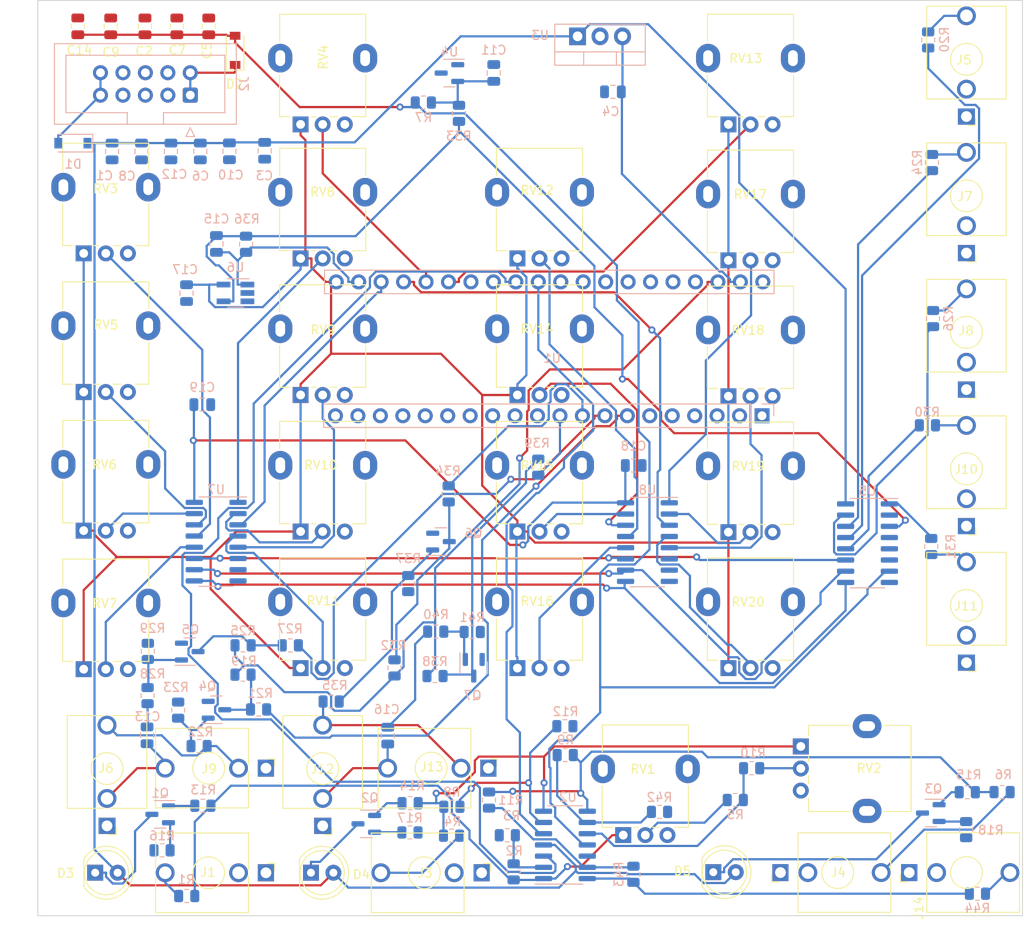
<source format=kicad_pcb>
(kicad_pcb (version 20211014) (generator pcbnew)
  (layers (0 "F.Cu" signal) (31 "B.Cu" signal) (34 "B.Paste" user) (35 "F.Paste" user) (36 "B.SilkS" user "B.Silkscreen") (37 "F.SilkS" user "F.Silkscreen") (38 "B.Mask" user) (39 "F.Mask" user) (44 "Edge.Cuts" user))
  (net 0 "")
  (net 1 "+12V")
  (net 2 "GND")
  (net 3 "-12V")
  (net 5 "±10V MUXED SIGNAL")
  (net 7 "MUXED SIGNAL 1")
  (net 9 "3V3_A")
  (net 10 "+3V3_A")
  (net 11 "Net-(D1-Pad2)")
  (net 12 "Net-(D2-Pad1)")
  (net 14 "Net-(J3-PadT)")
  (net 16 "Net-(J4-PadT)")
  (net 17 "Net-(J5-PadT)")
  (net 18 "Net-(J6-PadT)")
  (net 19 "Net-(J7-PadT)")
  (net 20 "Net-(J8-PadT)")
  (net 22 "Net-(J10-PadT)")
  (net 23 "Net-(J11-PadT)")
  (net 25 "Net-(J12-PadT)")
  (net 26 "Net-(Q1-Pad1)")
  (net 27 "Net-(D3-Pad1)")
  (net 28 "Net-(Q2-Pad1)")
  (net 29 "Net-(D4-Pad1)")
  (net 30 "Net-(Q3-Pad1)")
  (net 31 "Net-(D5-Pad1)")
  (net 32 "Net-(Q4-Pad1)")
  (net 33 "Net-(Q4-Pad3)")
  (net 34 "Net-(R2-Pad1)")
  (net 35 "Net-(R5-Pad1)")
  (net 36 "Net-(J1-PadT)")
  (net 37 "Net-(R12-Pad2)")
  (net 38 "Net-(R11-Pad2)")
  (net 39 "Net-(R10-Pad1)")
  (net 40 "3V3_D")
  (net 41 "Delay CV")
  (net 42 "GATE 1")
  (net 43 "Decay CV")
  (net 44 "TRIGGER 1")
  (net 45 "Sustain CV")
  (net 46 "Release CV")
  (net 47 "-10V_REF")
  (net 48 "GATE 2")
  (net 49 "TRIGGER 2")
  (net 50 "Attack 1")
  (net 51 "Delay 2")
  (net 52 "Decay 1")
  (net 53 "Sustain 1")
  (net 54 "Release 1")
  (net 55 "Attack 2")
  (net 56 "Decay 2")
  (net 57 "Sustain 2")
  (net 58 "Release 2")
  (net 59 "Attack 1 CV Adjust")
  (net 60 "Delay 2 CV Adjust")
  (net 61 "Decay 1 CV Adjust")
  (net 62 "Sustain 1 CV Adjust")
  (net 63 "Release 1 CV Adjust")
  (net 64 "Attack 2 CV Adjust")
  (net 65 "Decay 2 CV Adjust")
  (net 66 "Sustain 2 CV Adjust")
  (net 67 "Release 2 CV Adjust")
  (net 82 "MUXED SIGNAL 2")
  (net 83 "MUXED SIGNAL 3")
  (net 86 "ADSR1_OUT")
  (net 87 "ADSR2_OUT")
  (net 95 "Net-(J14-PadT)")
  (net 96 "CHANNEL SELECT C")
  (net 97 "CHANNEL SELECT B")
  (net 98 "CHANNEL SELECT A")
  (net 99 "Attack CV")
  (net 100 "+5V")
  (net 101 "Net-(C13-Pad1)")
  (net 102 "Net-(C13-Pad2)")
  (net 103 "Net-(C16-Pad1)")
  (net 104 "Net-(C16-Pad2)")
  (net 106 "Net-(Q1-Pad2)")
  (net 107 "Net-(Q2-Pad2)")
  (net 111 "Net-(Q3-Pad2)")
  (net 112 "Net-(Q5-Pad1)")
  (net 113 "Net-(Q5-Pad3)")
  (net 114 "Net-(Q6-Pad1)")
  (net 115 "Net-(Q6-Pad3)")
  (net 116 "Net-(Q7-Pad1)")
  (net 117 "Net-(Q7-Pad3)")
  (net 118 "OUT1_LED")
  (net 119 "OUT2_LED")
  (net 120 "Net-(R10-Pad2)")
  (net 121 "MIX_LED")
  (net 123 "Net-(R42-Pad2)")
  (net 124 "Net-(R43-Pad2)")
  (footprint "Potentiometer_THT:Potentiometer_Alpha_RD901F-40-00D_Single_Vertical" (layer "F.Cu") (at 41.7343 106.97 90)
    (fp_text reference "RV11")
    (fp_text value "100k")
  )
  (footprint "Potentiometer_THT:Potentiometer_Alpha_RD901F-40-00D_Single_Vertical" (layer "F.Cu") (at 66.2643 91.515 90)
    (fp_text reference "RV15")
    (fp_text value "100k")
  )
  (footprint "Potentiometer_THT:Potentiometer_Alpha_RD901F-40-00D_Single_Vertical" (layer "F.Cu") (at 78.2343 125.88 90)
    (fp_text reference "RV1")
    (fp_text value "B100k")
  )
  (footprint "Potentiometer_THT:Potentiometer_Alpha_RD901F-40-00D_Single_Vertical" (layer "F.Cu") (at 17.1943 60.0325 90)
    (fp_text reference "RV3")
    (fp_text value "100k")
  )
  (footprint "Potentiometer_THT:Potentiometer_Alpha_RD901F-40-00D_Single_Vertical" (layer "F.Cu") (at 66.2643 106.97 90)
    (fp_text reference "RV16")
    (fp_text value "100k")
  )
  (footprint "LED_THT:LED_D5.0mm" (layer "F.Cu") (at 18.495 130.135)
    (fp_text reference "D3")
    (fp_text value "LED")
  )
  (footprint "Connector_Audio:Jack_3.5mm_QingPu_WQP-PJ398SM_Vertical_CircularHoles" (layer "F.Cu") (at 96.021 130.12 90)
    (fp_text reference "J4")
    (fp_text value "Mix Out")
  )
  (footprint "Potentiometer_THT:Potentiometer_Alpha_RD901F-40-00D_Single_Vertical" (layer "F.Cu") (at 17.1943 75.7217 90)
    (fp_text reference "RV5")
    (fp_text value "100k")
  )
  (footprint "Connector_Audio:Jack_3.5mm_QingPu_WQP-PJ398SM_Vertical_CircularHoles" (layer "F.Cu") (at 110.59 130.12 90)
    (fp_text reference "J14")
    (fp_text value "Inv Out")
  )
  (footprint "Potentiometer_THT:Potentiometer_Alpha_RD901F-40-00D_Single_Vertical" (layer "F.Cu") (at 17.1943 91.4108 90)
    (fp_text reference "RV6")
    (fp_text value "100k")
  )
  (footprint "Connector_Audio:Jack_3.5mm_QingPu_WQP-PJ398SM_Vertical_CircularHoles" (layer "F.Cu") (at 117.0643 44.54 180)
    (fp_text reference "J5")
    (fp_text value "Delay CV In")
  )
  (footprint "Potentiometer_THT:Potentiometer_Alpha_RD901F-40-00D_Single_Vertical" (layer "F.Cu") (at 41.7343 60.605 90)
    (fp_text reference "RV8")
    (fp_text value "100k")
  )
  (footprint "Potentiometer_THT:Potentiometer_Alpha_RD901F-40-00D_Single_Vertical" (layer "F.Cu") (at 90.1343 60.815 90)
    (fp_text reference "RV17")
    (fp_text value "100k")
  )
  (footprint "Potentiometer_THT:Potentiometer_Alpha_RD901F-40-00D_Single_Vertical" (layer "F.Cu") (at 90.1343 76.2 90)
    (fp_text reference "RV18")
    (fp_text value "100k")
  )
  (footprint "Potentiometer_THT:Potentiometer_Alpha_RD901F-40-00D_Single_Vertical" (layer "F.Cu") (at 17.1943 107.1 90)
    (fp_text reference "RV7")
    (fp_text value "100k")
  )
  (footprint "Potentiometer_THT:Potentiometer_Alpha_RD901F-40-00D_Single_Vertical" (layer "F.Cu") (at 66.2643 76.06 90)
    (fp_text reference "RV14")
    (fp_text value "100k")
  )
  (footprint "Capacitor_SMD:C_0805_2012Metric" (layer "F.Cu") (at 16.53 34.33 90)
    (fp_text reference "C14")
    (fp_text value "10nF")
  )
  (footprint "Capacitor_SMD:C_0805_2012Metric" (layer "F.Cu") (at 20.2508 34.332 90)
    (fp_text reference "C9")
    (fp_text value "100nF")
  )
  (footprint "Connector_Audio:Jack_3.5mm_QingPu_WQP-PJ398SM_Vertical_CircularHoles" (layer "F.Cu") (at 117.0643 90.905 180)
    (fp_text reference "J10")
    (fp_text value "Sustain CV In")
  )
  (footprint "LED_THT:LED_D5.0mm" (layer "F.Cu") (at 42.905 130.135)
    (fp_text reference "D4")
    (fp_text value "LED")
  )
  (footprint "Potentiometer_THT:Potentiometer_Alpha_RD901F-40-00D_Single_Vertical" (layer "F.Cu") (at 90.1343 45.43 90)
    (fp_text reference "RV13")
    (fp_text value "100k")
  )
  (footprint "Capacitor_SMD:C_0805_2012Metric" (layer "F.Cu") (at 27.7338 34.3346 90)
    (fp_text reference "C7")
    (fp_text value "100nF")
  )
  (footprint "LED_THT:LED_D5.0mm" (layer "F.Cu") (at 88.425 130.075)
    (fp_text reference "D5")
    (fp_text value "LED")
  )
  (footprint "Potentiometer_THT:Potentiometer_Alpha_RD901F-40-00D_Single_Vertical" (layer "F.Cu") (at 90.1343 91.585 90)
    (fp_text reference "RV19")
    (fp_text value "100k")
  )
  (footprint "Potentiometer_THT:Potentiometer_Alpha_RD901F-40-00D_Single_Vertical" (layer "F.Cu") (at 41.7343 91.515 90)
    (fp_text reference "RV10")
    (fp_text value "100k")
  )
  (footprint "Potentiometer_THT:Potentiometer_Alpha_RD901F-40-00D_Single_Vertical" (layer "F.Cu") (at 41.7343 45.43 90)
    (fp_text reference "RV4")
    (fp_text value "100k")
  )
  (footprint "Potentiometer_THT:Potentiometer_Alpha_RD901F-40-00D_Single_Vertical" (layer "F.Cu") (at 66.2643 60.605 90)
    (fp_text reference "RV12")
    (fp_text value "100k")
  )
  (footprint "Connector_Audio:Jack_3.5mm_QingPu_WQP-PJ398SM_Vertical_CircularHoles" (layer "F.Cu") (at 117.0643 75.45 180)
    (fp_text reference "J8")
    (fp_text value "Decay CV In")
  )
  (footprint "Connector_Audio:Jack_3.5mm_QingPu_WQP-PJ398SM_Vertical_CircularHoles" (layer "F.Cu") (at 62.9822 118.3 -90)
    (fp_text reference "J13")
    (fp_text value "Trigger 2")
  )
  (footprint "Potentiometer_THT:Potentiometer_Alpha_RD901F-40-00D_Single_Vertical" (layer "F.Cu") (at 90.1343 106.97 90)
    (fp_text reference "RV20")
    (fp_text value "100k")
  )
  (footprint "Diode_SMD:D_SOD-123" (layer "F.Cu") (at 34.3244 37.046 90)
    (fp_text reference "D2")
    (fp_text value "D_Schottky")
  )
  (footprint "Connector_Audio:Jack_3.5mm_QingPu_WQP-PJ398SM_Vertical_CircularHoles" (layer "F.Cu") (at 19.8343 124.83 180)
    (fp_text reference "J6")
    (fp_text value "Gate 1")
  )
  (footprint "Connector_Audio:Jack_3.5mm_QingPu_WQP-PJ398SM_Vertical_CircularHoles" (layer "F.Cu") (at 62.2122 130.14 -90)
    (fp_text reference "J3")
    (fp_text value "Out 2")
  )
  (footprint "Connector_Audio:Jack_3.5mm_QingPu_WQP-PJ398SM_Vertical_CircularHoles" (layer "F.Cu") (at 117.0643 59.995 180)
    (fp_text reference "J7")
    (fp_text value "Attack CV In")
  )
  (footprint "Connector_Audio:Jack_3.5mm_QingPu_WQP-PJ398SM_Vertical_CircularHoles" (layer "F.Cu") (at 117.0643 106.36 180)
    (fp_text reference "J11")
    (fp_text value "Release CV In")
  )
  (footprint "Capacitor_SMD:C_0805_2012Metric" (layer "F.Cu") (at 31.3419 34.3346 -90)
    (fp_text reference "C5")
    (fp_text value "10uF")
  )
  (footprint "Potentiometer_THT:Potentiometer_Alpha_RD901F-40-00D_Single_Vertical" (layer "F.Cu") (at 98.3243 115.84)
    (fp_text reference "RV2")
    (fp_text value "B100k")
  )
  (footprint "Connector_Audio:Jack_3.5mm_QingPu_WQP-PJ398SM_Vertical_CircularHoles" (layer "F.Cu") (at 37.8143 130.14 -90)
    (fp_text reference "J1")
    (fp_text value "Out 1")
  )
  (footprint "Connector_Audio:Jack_3.5mm_QingPu_WQP-PJ398SM_Vertical_CircularHoles" (layer "F.Cu") (at 37.8143 118.3 -90)
    (fp_text reference "J9")
    (fp_text value "Trigger 1")
  )
  (footprint "Potentiometer_THT:Potentiometer_Alpha_RD901F-40-00D_Single_Vertical" (layer "F.Cu") (at 41.7343 76.06 90)
    (fp_text reference "RV9")
    (fp_text value "100k")
  )
  (footprint "Capacitor_SMD:C_0805_2012Metric" (layer "F.Cu") (at 24.1258 34.3346 90)
    (fp_text reference "C2")
    (fp_text value "10nF")
  )
  (footprint "Connector_Audio:Jack_3.5mm_QingPu_WQP-PJ398SM_Vertical_CircularHoles" (layer "F.Cu") (at 44.2343 124.83 180)
    (fp_text reference "J12")
    (fp_text value "Gate 2")
  )
  (footprint "Package_TO_SOT_SMD:SOT-23" (layer "B.Cu") (at 57.615 92.655)
    (fp_text reference "Q6")
    (fp_text value "MMBT3904")
  )
  (footprint "Resistor_SMD:R_0805_2012Metric" (layer "B.Cu") (at 63.0505 121.91 -90)
    (fp_text reference "R11")
    (fp_text value "100k")
  )
  (footprint "Package_TO_SOT_SMD:SOT-23" (layer "B.Cu") (at 61.3217 106.935 -90)
    (fp_text reference "Q7")
    (fp_text value "MMBT3904")
  )
  (footprint "Capacitor_SMD:C_0805_2012Metric" (layer "B.Cu") (at 28.8297 64.5261 -90)
    (fp_text reference "C17")
    (fp_text value "10nF")
  )
  (footprint "Resistor_SMD:R_0805_2012Metric" (layer "B.Cu") (at 56.9417 107.875 180)
    (fp_text reference "R38")
    (fp_text value "10k")
  )
  (footprint "Resistor_SMD:R_0805_2012Metric" (layer "B.Cu") (at 71.6342 113.55 180)
    (fp_text reference "R12")
    (fp_text value "50k")
  )
  (footprint "Resistor_SMD:R_0805_2012Metric" (layer "B.Cu") (at 117.0322 125.256 -90)
    (fp_text reference "R18")
    (fp_text value "1k")
  )
  (footprint "Resistor_SMD:R_0805_2012Metric" (layer "B.Cu") (at 54.1062 125.576)
    (fp_text reference "R17")
    (fp_text value "1k")
  )
  (footprint "Capacitor_SMD:C_0805_2012Metric" (layer "B.Cu") (at 30.3895 48.492 -90)
    (fp_text reference "C6")
    (fp_text value "10uF")
  )
  (footprint "Resistor_SMD:R_0805_2012Metric" (layer "B.Cu") (at 113.1602 49.746 -90)
    (fp_text reference "R24")
    (fp_text value "100k")
  )
  (footprint "Capacitor_SMD:C_0805_2012Metric" (layer "B.Cu") (at 32.2122 58.96 -90)
    (fp_text reference "C15")
    (fp_text value "10nF")
  )
  (footprint "Capacitor_SMD:C_0805_2012Metric" (layer "B.Cu") (at 20.4063 48.492 -90)
    (fp_text reference "C1")
    (fp_text value "10nF")
  )
  (footprint "Resistor_SMD:R_0805_2012Metric" (layer "B.Cu") (at 61.1517 102.885 180)
    (fp_text reference "R41")
    (fp_text value "1M")
  )
  (footprint "Capacitor_SMD:C_0805_2012Metric" (layer "B.Cu") (at 51.5922 114.616 90)
    (fp_text reference "C16")
    (fp_text value "100nF")
  )
  (footprint "Resistor_SMD:R_0805_2012Metric" (layer "B.Cu") (at 30.6762 122.554)
    (fp_text reference "R13")
    (fp_text value "10k")
  )
  (footprint "Resistor_SMD:R_0805_2012Metric" (layer "B.Cu") (at 112.6522 79.49 180)
    (fp_text reference "R30")
    (fp_text value "100k")
  )
  (footprint "Resistor_SMD:R_0805_2012Metric" (layer "B.Cu") (at 79.39 130.31 -90)
    (fp_text reference "R43")
    (fp_text value "100k")
  )
  (footprint "Package_TO_SOT_SMD:SOT-23" (layer "B.Cu") (at 113.0322 123.38 180)
    (fp_text reference "Q3")
    (fp_text value "MMBT3904")
  )
  (footprint "Resistor_SMD:R_0805_2012Metric" (layer "B.Cu") (at 52.3583 106.9519 -90)
    (fp_text reference "R32")
    (fp_text value "10k")
  )
  (footprint "Diode_SMD:D_SOD-123" (layer "B.Cu") (at 15.9703 47.552 180)
    (fp_text reference "D1")
    (fp_text value "D_Schottky")
  )
  (footprint "Package_TO_SOT_SMD:SOT-23" (layer "B.Cu") (at 49.1662 124.604 180)
    (fp_text reference "Q2")
    (fp_text value "MMBT3904")
  )
  (footprint "Resistor_SMD:R_0805_2012Metric" (layer "B.Cu") (at 36.9798 111.654 180)
    (fp_text reference "R21")
    (fp_text value "1k")
  )
  (footprint "Resistor_SMD:R_0805_2012Metric" (layer "B.Cu") (at 27.88 111.7298 -90)
    (fp_text reference "R23")
    (fp_text value "1M")
  )
  (footprint "Resistor_SMD:R_0805_2012Metric" (layer "B.Cu") (at 35.2278 104.4 180)
    (fp_text reference "R25")
    (fp_text value "R")
  )
  (footprint "Resistor_SMD:R_0805_2012Metric" (layer "B.Cu") (at 58.8505 122.67 180)
    (fp_text reference "R8")
    (fp_text value "100k")
  )
  (footprint "Package_TO_SOT_SMD:SOT-23" (layer "B.Cu") (at 32.2178 111.688)
    (fp_text reference "Q4")
    (fp_text value "MMBT3904")
  )
  (footprint "Resistor_SMD:R_0805_2012Metric" (layer "B.Cu") (at 26.0602 127.6 180)
    (fp_text reference "R16")
    (fp_text value "1k")
  )
  (footprint "Resistor_SMD:R_0805_2012Metric" (layer "B.Cu") (at 35.565 58.995 -90)
    (fp_text reference "R36")
    (fp_text value "27k")
  )
  (footprint "Resistor_SMD:R_0805_2012Metric" (layer "B.Cu") (at 117.1602 121.022)
    (fp_text reference "R15")
    (fp_text value "10k")
  )
  (footprint "Package_TO_SOT_THT:TO-220-3_Vertical" (layer "B.Cu") (at 73.0722 35.46)
    (fp_text reference "U3")
    (fp_text value "LM7805_TO220")
  )
  (footprint "Resistor_SMD:R_0805_2012Metric" (layer "B.Cu") (at 113.0783 93.2119 90)
    (fp_text reference "R31")
    (fp_text value "100k")
  )
  (footprint "Resistor_SMD:R_0805_2012Metric" (layer "B.Cu") (at 112.7362 35.868 -90)
    (fp_text reference "R20")
    (fp_text value "100k")
  )
  (footprint "Resistor_SMD:R_0805_2012Metric" (layer "B.Cu") (at 40.5718 104.402 180)
    (fp_text reference "R27")
    (fp_text value "1k")
  )
  (footprint "Resistor_SMD:R_0805_2012Metric" (layer "B.Cu") (at 57.0217 102.845)
    (fp_text reference "R40")
    (fp_text value "100k")
  )
  (footprint "Capacitor_SMD:C_0805_2012Metric" (layer "B.Cu") (at 33.6822 48.476 90)
    (fp_text reference "C10")
    (fp_text value "100nF")
  )
  (footprint "Resistor_SMD:R_0805_2012Metric" (layer "B.Cu") (at 24.4222 110.09 90)
    (fp_text reference "R28")
    (fp_text value "100k")
  )
  (footprint "daisy-seed:Daisy_Seed" (layer "B.Cu") (at 93.9385 78.4089 90)
    (fp_text reference "U1")
    (fp_text value "Daisy_Seed")
  )
  (footprint "Resistor_SMD:R_0805_2012Metric" (layer "B.Cu") (at 65.1203 125.8962)
    (fp_text reference "R3")
    (fp_text value "50k")
  )
  (footprint "Capacitor_SMD:C_0805_2012Metric" (layer "B.Cu") (at 24.3662 114.582 90)
    (fp_text reference "C13")
    (fp_text value "100nF")
  )
  (footprint "Package_SO:SOIC-16_3.9x9.9mm_P1.27mm" (layer "B.Cu") (at 105.8696 92.832 180)
    (fp_text reference "U5")
    (fp_text value "CD4051B")
  )
  (footprint "Resistor_SMD:R_0805_2012Metric" (layer "B.Cu") (at 53.915 97.405 90)
    (fp_text reference "R37")
    (fp_text value "1M")
  )
  (footprint "Resistor_SMD:R_0805_2012Metric" (layer "B.Cu") (at 45.19 110.76)
    (fp_text reference "R35")
    (fp_text value "100k")
  )
  (footprint "Capacitor_SMD:C_0805_2012Metric" (layer "B.Cu") (at 23.734 48.492 90)
    (fp_text reference "C8")
    (fp_text value "100nF")
  )
  (footprint "Resistor_SMD:R_0805_2012Metric" (layer "B.Cu") (at 30.2502 115.8 180)
    (fp_text reference "R22")
    (fp_text value "100k")
  )
  (footprint "Package_TO_SOT_SMD:SOT-23" (layer "B.Cu") (at 25.8462 123.528 180)
    (fp_text reference "Q1")
    (fp_text value "MMBT3904")
  )
  (footprint "Capacitor_SMD:C_0805_2012Metric" (layer "B.Cu") (at 30.6133 77.15)
    (fp_text reference "C19")
    (fp_text value "10nF")
  )
  (footprint "Resistor_SMD:R_0805_2012Metric" (layer "B.Cu") (at 55.6205 42.956 180)
    (fp_text reference "R7")
    (fp_text value "1k")
  )
  (footprint "Package_SO:SOIC-14_3.9x8.7mm_P1.27mm" (layer "B.Cu") (at 71.6922 126.988)
    (fp_text reference "U2")
    (fp_text value "TL074")
  )
  (footprint "Capacitor_SMD:C_0805_2012Metric" (layer "B.Cu") (at 79.4233 84.04)
    (fp_text reference "C18")
    (fp_text value "10nF")
  )
  (footprint "Resistor_SMD:R_0805_2012Metric" (layer "B.Cu") (at 118.31 132.51)
    (fp_text reference "R44")
    (fp_text value "1k")
  )
  (footprint "Package_SO:SOIC-16_3.9x9.9mm_P1.27mm" (layer "B.Cu") (at 80.9733 92.71 180)
    (fp_text reference "U8")
    (fp_text value "CD4051B")
  )
  (footprint "Resistor_SMD:R_0805_2012Metric" (layer "B.Cu") (at 59.6502 44.18 -90)
    (fp_text reference "R33")
    (fp_text value "200k")
  )
  (footprint "Resistor_SMD:R_0805_2012Metric" (layer "B.Cu") (at 82.34 123.25 180)
    (fp_text reference "R42")
    (fp_text value "100k")
  )
  (footprint "Package_TO_SOT_SMD:SOT-23" (layer "B.Cu") (at 58.5742 39.618 180)
    (fp_text reference "U4")
    (fp_text value "LM4040DBZ-10")
  )
  (footprint "Resistor_SMD:R_0805_2012Metric" (layer "B.Cu") (at 90.9141 121.904)
    (fp_text reference "R5")
    (fp_text value "100k")
  )
  (footprint "Connector_IDC:IDC-Header_2x05_P2.54mm_Vertical" (layer "B.Cu") (at 29.2543 42.12 90)
    (fp_text reference "J2")
    (fp_text value "EURO_PWR_2x5")
  )
  (footprint "Package_TO_SOT_SMD:SOT-23" (layer "B.Cu") (at 29.195 105.105)
    (fp_text reference "Q5")
    (fp_text value "MMBT3904")
  )
  (footprint "Resistor_SMD:R_0805_2012Metric" (layer "B.Cu") (at 58.4882 87.254 -90)
    (fp_text reference "R34")
    (fp_text value "1k")
  )
  (footprint "Resistor_SMD:R_0805_2012Metric" (layer "B.Cu") (at 71.6741 116.814)
    (fp_text reference "R9")
    (fp_text value "100k")
  )
  (footprint "Resistor_SMD:R_0805_2012Metric" (layer "B.Cu") (at 68.6217 84.225 90)
    (fp_text reference "R39")
    (fp_text value "1k")
  )
  (footprint "Resistor_SMD:R_0805_2012Metric" (layer "B.Cu") (at 113.2802 67.41 -90)
    (fp_text reference "R26")
    (fp_text value "100k")
  )
  (footprint "Package_TO_SOT_SMD:SOT-23-5_HandSoldering" (layer "B.Cu") (at 34.3676 64.51 180)
    (fp_text reference "U6")
    (fp_text value "MCP6001-OT")
  )
  (footprint "Package_SO:SOIC-16_3.9x9.9mm_P1.27mm" (layer "B.Cu") (at 32.18 92.66 180)
    (fp_text reference "U7")
    (fp_text value "CD4051B")
  )
  (footprint "Resistor_SMD:R_0805_2012Metric" (layer "B.Cu") (at 65.8343 130.0382 -90)
    (fp_text reference "R2")
    (fp_text value "100k")
  )
  (footprint "Capacitor_SMD:C_0805_2012Metric" (layer "B.Cu") (at 37.67 48.4146 90)
    (fp_text reference "C3")
    (fp_text value "330nF")
  )
  (footprint "Resistor_SMD:R_0805_2012Metric" (layer "B.Cu") (at 35.2182 107.716 180)
    (fp_text reference "R19")
    (fp_text value "10k")
  )
  (footprint "Resistor_SMD:R_0805_2012Metric" (layer "B.Cu") (at 54.1222 122.264)
    (fp_text reference "R14")
    (fp_text value "10k")
  )
  (footprint "Capacitor_SMD:C_0805_2012Metric" (layer "B.Cu") (at 77.0685 41.742)
    (fp_text reference "C4")
    (fp_text value "100nF")
  )
  (footprint "Resistor_SMD:R_0805_2012Metric" (layer "B.Cu") (at 121.1005 121.008)
    (fp_text reference "R6")
    (fp_text value "1k")
  )
  (footprint "Resistor_SMD:R_0805_2012Metric" (layer "B.Cu") (at 24.4518 105.082 -90)
    (fp_text reference "R29")
    (fp_text value "1M")
  )
  (footprint "Capacitor_SMD:C_0805_2012Metric" (layer "B.Cu") (at 27.0618 48.492 -90)
    (fp_text reference "C12")
    (fp_text value "10nF")
  )
  (footprint "Resistor_SMD:R_0805_2012Metric" (layer "B.Cu") (at 92.7605 118.306 180)
    (fp_text reference "R10")
    (fp_text value "100k")
  )
  (footprint "Resistor_SMD:R_0805_2012Metric" (layer "B.Cu") (at 58.8105 125.94)
    (fp_text reference "R4")
    (fp_text value "1k")
  )
  (footprint "Capacitor_SMD:C_0805_2012Metric" (layer "B.Cu") (at 63.5877 39.6046 -90)
    (fp_text reference "C11")
    (fp_text value "100nF")
  )
  (footprint "Resistor_SMD:R_0805_2012Metric" (layer "B.Cu") (at 28.8485 132.772 180)
    (fp_text reference "R1")
    (fp_text value "1k")
  )
  (gr_line locked (start 12 31.398) (end 123.4 31.398) (layer "Edge.Cuts") (width 0.1))
  (gr_line locked (start 123.4 135) (end 12 135) (layer "Edge.Cuts") (width 0.1))
  (gr_line locked (start 12 135) (end 12 31.398) (layer "Edge.Cuts") (width 0.1))
  (gr_line locked (start 123.4 31.398) (end 123.4 135) (layer "Edge.Cuts") (width 0.1))
  (segment (start 21.035 130.135) (end 22.4621 131.5621) (width 0.25) (layer "F.Cu") (net 1))
  (segment (start 22.4621 131.5621) (end 44.0179 131.5621) (width 0.25) (layer "F.Cu") (net 1))
  (segment (start 44.0179 131.5621) (end 45.445 130.135) (width 0.25) (layer "F.Cu") (net 1))
  (segment (start 70.4989 126.988) (end 69.2172 126.988) (width 0.25) (layer "B.Cu") (net 1))
  (segment (start 70.9705 131.8231) (end 72.8649 129.9287) (width 0.25) (layer "B.Cu") (net 1))
  (segment (start 45.445 130.135) (end 47.1331 131.8231) (width 0.25) (layer "B.Cu") (net 1))
  (segment (start 72.8649 129.354) (end 70.4989 126.988) (width 0.25) (layer "B.Cu") (net 1))
  (segment (start 20.4063 47.542) (end 18.4056 47.542) (width 0.25) (layer "B.Cu") (net 1))
  (segment (start 23.734 47.542) (end 20.4063 47.542) (width 0.25) (layer "B.Cu") (net 1))
  (segment (start 47.1331 131.8231) (end 70.9705 131.8231) (width 0.25) (layer "B.Cu") (net 1))
  (segment (start 86.3092 130.3008) (end 78.7658 130.3008) (width 0.25) (layer "B.Cu") (net 1))
  (segment (start 18.4056 47.542) (end 18.3956 47.552) (width 0.25) (layer "B.Cu") (net 1))
  (segment (start 59.8503 35.46) (end 73.0722 35.46) (width 0.25) (layer "B.Cu") (net 1))
  (segment (start 89.7396 131.3004) (end 87.3088 131.3004) (width 0.25) (layer "B.Cu") (net 1))
  (segment (start 33.6662 47.542) (end 30.3895 47.542) (width 0.25) (layer "B.Cu") (net 1))
  (segment (start 78.7658 130.3008) (end 78.628 130.163) (width 0.25) (layer "B.Cu") (net 1))
  (segment (start 17.6203 47.552) (end 18.3956 47.552) (width 0.25) (layer "B.Cu") (net 1))
  (segment (start 18.4198 47.5762) (end 18.3956 47.552) (width 0.25) (layer "B.Cu") (net 1))
  (segment (start 74.4452 34.087) (end 81.052 34.087) (width 0.25) (layer "B.Cu") (net 1))
  (segment (start 33.7436 47.4646) (end 37.67 47.4646) (width 0.25) (layer "B.Cu") (net 1))
  (segment (start 73.0722 35.46) (end 74.4452 34.087) (width 0.25) (layer "B.Cu") (net 1))
  (segment (start 27.0618 47.542) (end 30.3895 47.542) (width 0.25) (layer "B.Cu") (net 1))
  (segment (start 87.3088 131.3004) (end 86.3092 130.3008) (width 0.25) (layer "B.Cu") (net 1))
  (segment (start 37.67 47.4646) (end 47.8457 47.4646) (width 0.25) (layer "B.Cu") (net 1))
  (segment (start 78.628 130.163) (end 73.0992 130.163) (width 0.25) (layer "B.Cu") (net 1))
  (segment (start 91.3597 44.3947) (end 91.3597 52.0331) (width 0.25) (layer "B.Cu") (net 1))
  (segment (start 47.8457 47.4646) (end 59.8503 35.46) (width 0.25) (layer "B.Cu") (net 1))
  (segment (start 72.8649 129.9287) (end 72.8649 129.354) (width 0.25) (layer "B.Cu") (net 1))
  (segment (start 23.734 47.542) (end 27.0618 47.542) (width 0.25) (layer "B.Cu") (net 1))
  (segment (start 73.0992 130.163) (end 72.8649 129.9287) (width 0.25) (layer "B.Cu") (net 1))
  (segment (start 21.035 130.135) (end 18.4198 127.5198) (width 0.25) (layer "B.Cu") (net 1))
  (segment (start 18.4198 127.5198) (end 18.4198 47.5762) (width 0.25) (layer "B.Cu") (net 1))
  (segment (start 81.052 34.087) (end 91.3597 44.3947) (width 0.25) (layer "B.Cu") (net 1))
  (segment (start 91.3597 52.0331) (end 103.3946 64.068) (width 0.25) (layer "B.Cu") (net 1))
  (segment (start 33.6822 47.526) (end 33.7436 47.4646) (width 0.25) (layer "B.Cu") (net 1))
  (segment (start 103.3946 64.068) (end 103.3946 88.387) (width 0.25) (layer "B.Cu") (net 1))
  (segment (start 33.6822 47.526) (end 33.6662 47.542) (width 0.25) (layer "B.Cu") (net 1))
  (segment (start 90.965 130.075) (end 89.7396 131.3004) (width 0.25) (layer "B.Cu") (net 1))
  (segment (start 27.7338 35.2846) (end 24.1258 35.2846) (width 0.25) (layer "F.Cu") (net 3))
  (segment (start 31.3419 35.2846) (end 27.7338 35.2846) (width 0.25) (layer "F.Cu") (net 3))
  (segment (start 34.3244 35.396) (end 34.3244 36.1713) (width 0.25) (layer "F.Cu") (net 3))
  (segment (start 52.9763 43.4659) (end 41.619 43.4659) (width 0.25) (layer "F.Cu") (net 3))
  (segment (start 33.3991 35.396) (end 33.2877 35.2846) (width 0.25) (layer "F.Cu") (net 3))
  (segment (start 16.532 35.282) (end 16.53 35.28) (width 0.25) (layer "F.Cu") (net 3))
  (segment (start 33.2877 35.2846) (end 31.3419 35.2846) (width 0.25) (layer "F.Cu") (net 3))
  (segment (start 20.2508 35.282) (end 16.532 35.282) (width 0.25) (layer "F.Cu") (net 3))
  (segment (start 41.619 43.4659) (end 34.3244 36.1713) (width 0.25) (layer "F.Cu") (net 3))
  (segment (start 20.2534 35.2846) (end 20.2508 35.282) (width 0.25) (layer "F.Cu") (net 3))
  (segment (start 24.1258 35.2846) (end 20.2534 35.2846) (width 0.25) (layer "F.Cu") (net 3))
  (segment (start 34.3244 35.396) (end 33.3991 35.396) (width 0.25) (layer "F.Cu") (net 3))
  (via (at 52.9763 43.4659) (size 0.8) (drill 0.4) (layers "F.Cu" "B.Cu") (net 3))
  (segment (start 77.5174 65.3516) (end 79.9685 67.8027) (width 0.25) (layer "B.Cu") (net 3))
  (segment (start 79.9685 80.1581) (end 81.2019 81.3915) (width 0.25) (layer "B.Cu") (net 3))
  (segment (start 75.6263 96.2142) (end 75.6263 109.1511) (width 0.25) (layer "B.Cu") (net 3))
  (segment (start 72.4801 115.1621) (end 70.832 115.1621) (width 0.25) (layer "B.Cu") (net 3))
  (segment (start 70.832 115.1621) (end 69.8691 116.125) (width 0.25) (layer "B.Cu") (net 3))
  (segment (start 75.6263 109.1511) (end 75.6263 112.0159) (width 0.25) (layer "B.Cu") (net 3))
  (segment (start 77.5174 61.4058) (end 77.5174 65.3516) (width 0.25) (layer "B.Cu") (net 3))
  (segment (start 79.5123 95.2499) (end 76.5906 95.2499) (width 0.25) (layer "B.Cu") (net 3))
  (segment (start 54.708 42.956) (end 55.932 44.18) (width 0.25) (layer "B.Cu") (net 3))
  (segment (start 75.6263 112.0159) (end 72.4801 115.1621) (width 0.25) (layer "B.Cu") (net 3))
  (segment (start 69.8691 118.1586) (end 70.0037 118.2932) (width 0.25) (layer "B.Cu") (net 3))
  (segment (start 79.9685 67.8027) (end 79.9685 80.1581) (width 0.25) (layer "B.Cu") (net 3))
  (segment (start 54.1981 43.4659) (end 54.708 42.956) (width 0.25) (layer "B.Cu") (net 3))
  (segment (start 105.8696 98.0241) (end 107.8867 96.007) (width 0.25) (layer "B.Cu") (net 3))
  (segment (start 73.724 126.988) (end 74.1672 126.988) (width 0.25) (layer "B.Cu") (net 3))
  (segment (start 107.8867 96.007) (end 108.3446 96.007) (width 0.25) (layer "B.Cu") (net 3))
  (segment (start 70.0037 118.2932) (end 70.0037 122.2445) (width 0.25) (layer "B.Cu") (net 3))
  (segment (start 70.5365 123.8005) (end 73.724 126.988) (width 0.25) (layer "B.Cu") (net 3))
  (segment (start 60.2916 44.18) (end 77.5174 61.4058) (width 0.25) (layer "B.Cu") (net 3))
  (segment (start 95.3341 109.1511) (end 105.8696 98.6156) (width 0.25) (layer "B.Cu") (net 3))
  (segment (start 52.9763 43.4659) (end 54.1981 43.4659) (width 0.25) (layer "B.Cu") (net 3))
  (segment (start 70.5365 122.7773) (end 70.5365 123.8005) (width 0.25) (layer "B.Cu") (net 3))
  (segment (start 81.2019 93.5603) (end 79.5123 95.2499) (width 0.25) (layer "B.Cu") (net 3))
  (segment (start 105.8696 98.6156) (end 105.8696 98.0241) (width 0.25) (layer "B.Cu") (net 3))
  (segment (start 69.8691 116.125) (end 69.8691 118.1586) (width 0.25) (layer "B.Cu") (net 3))
  (segment (start 55.932 44.18) (end 60.2916 44.18) (width 0.25) (layer "B.Cu") (net 3))
  (segment (start 75.6263 109.1511) (end 95.3341 109.1511) (width 0.25) (layer "B.Cu") (net 3))
  (segment (start 81.2019 81.3915) (end 81.2019 93.5603) (width 0.25) (layer "B.Cu") (net 3))
  (segment (start 70.0037 122.2445) (end 70.5365 122.7773) (width 0.25) (layer "B.Cu") (net 3))
  (segment (start 76.5906 95.2499) (end 75.6263 96.2142) (width 0.25) (layer "B.Cu") (net 3))
  (segment (start 78.7727 74.2537) (end 82.5085 77.9895) (width 0.25) (layer "F.Cu") (net 5))
  (segment (start 82.5085 77.9895) (end 82.5085 78.8866) (width 0.25) (layer "F.Cu") (net 5))
  (segment (start 82.5085 78.8866) (end 84.0064 80.3845) (width 0.25) (layer "F.Cu") (net 5))
  (segment (start 84.0064 80.3845) (end 100.3059 80.3845) (width 0.25) (layer "F.Cu") (net 5))
  (segment (start 100.3059 80.3845) (end 110.1597 90.2383) (width 0.25) (layer "F.Cu") (net 5))
  (segment (start 78.1402 74.2537) (end 78.7727 74.2537) (width 0.25) (layer "F.Cu") (net 5))
  (via (at 78.1402 74.2537) (size 0.8) (drill 0.4) (layers "F.Cu" "B.Cu") (net 5))
  (via (at 110.1597 90.2383) (size 0.8) (drill 0.4) (layers "F.Cu" "B.Cu") (net 5))
  (segment (start 32.4787 61.3851) (end 32.1215 61.3851) (width 0.25) (layer "B.Cu") (net 5))
  (segment (start 59.899 46.3885) (end 74.9774 61.4669) (width 0.25) (layer "B.Cu") (net 5))
  (segment (start 47.9562 58.0825) (end 59.6502 46.3885) (width 0.25) (layer "B.Cu") (net 5))
  (segment (start 74.9774 61.4669) (end 74.9774 66.1296) (width 0.25) (layer "B.Cu") (net 5))
  (segment (start 31.1112 60.3748) (end 31.1112 59.1835) (width 0.25) (layer "B.Cu") (net 5))
  (segment (start 35.565 58.0825) (end 47.9562 58.0825) (width 0.25) (layer "B.Cu") (net 5))
  (segment (start 59.6502 45.0925) (end 59.6502 46.3885) (width 0.25) (layer "B.Cu") (net 5))
  (segment (start 34.1229 65.46) (end 34.1229 63.0293) (width 0.25) (layer "B.Cu") (net 5))
  (segment (start 74.9774 66.1296) (end 78.1402 69.2924) (width 0.25) (layer "B.Cu") (net 5))
  (segment (start 31.1112 59.1835) (end 32.2122 58.0825) (width 0.25) (layer "B.Cu") (net 5))
  (segment (start 34.1229 63.0293) (end 32.4787 61.3851) (width 0.25) (layer "B.Cu") (net 5))
  (segment (start 33.0176 65.46) (end 34.1229 65.46) (width 0.25) (layer "B.Cu") (net 5))
  (segment (start 59.6502 46.3885) (end 59.899 46.3885) (width 0.25) (layer "B.Cu") (net 5))
  (segment (start 78.1402 69.2924) (end 78.1402 74.2537) (width 0.25) (layer "B.Cu") (net 5))
  (segment (start 32.2122 58.0825) (end 35.565 58.0825) (width 0.25) (layer "B.Cu") (net 5))
  (segment (start 110.1597 90.2383) (end 109.471 90.927) (width 0.25) (layer "B.Cu") (net 5))
  (segment (start 32.2122 58.0825) (end 32.2122 58.01) (width 0.25) (layer "B.Cu") (net 5))
  (segment (start 109.471 90.927) (end 108.3446 90.927) (width 0.25) (layer "B.Cu") (net 5))
  (segment (start 32.1215 61.3851) (end 31.1112 60.3748) (width 0.25) (layer "B.Cu") (net 5))
  (segment (start 33.6621 59.91) (end 32.2122 59.91) (width 0.25) (layer "B.Cu") (net 7))
  (segment (start 45.4843 60.1031) (end 45.4843 61.1334) (width 0.25) (layer "B.Cu") (net 7))
  (segment (start 45.4843 61.1334) (end 47.1321 62.7812) (width 0.25) (layer "B.Cu") (net 7))
  (segment (start 34.6123 63.56) (end 34.6123 60.8602) (width 0.25) (layer "B.Cu") (net 7))
  (segment (start 34.6123 60.8602) (end 33.6621 59.91) (width 0.25) (layer "B.Cu") (net 7))
  (segment (start 47.1321 62.7812) (end 47.1321 63.2576) (width 0.25) (layer "B.Cu") (net 7))
  (segment (start 44.7457 59.3645) (end 45.4843 60.1031) (width 0.25) (layer "B.Cu") (net 7))
  (segment (start 35.7176 63.56) (end 34.6123 63.56) (width 0.25) (layer "B.Cu") (net 7))
  (segment (start 36.108 59.3645) (end 44.7457 59.3645) (width 0.25) (layer "B.Cu") (net 7))
  (segment (start 48.3074 63.2576) (end 47.1321 63.2576) (width 0.25) (layer "B.Cu") (net 7))
  (segment (start 34.6123 60.8602) (end 35.565 59.9075) (width 0.25) (layer "B.Cu") (net 7))
  (segment (start 35.565 59.9075) (end 36.108 59.3645) (width 0.25) (layer "B.Cu") (net 7))
  (segment (start 17.1943 98.1492) (end 20.9464 94.3971) (width 0.25) (layer "F.Cu") (net 9))
  (segment (start 41.7343 60.605) (end 42.2772 60.605) (width 0.25) (layer "F.Cu") (net 9))
  (segment (start 68.2537 92.765) (end 67.4896 92.0009) (width 0.25) (layer "F.Cu") (net 9))
  (segment (start 18.4196 91.8703) (end 18.4196 91.4108) (width 0.25) (layer "F.Cu") (net 9))
  (segment (start 90.1343 92.765) (end 90.1343 106.97) (width 0.25) (layer "F.Cu") (net 9))
  (segment (start 57.6069 71.3892) (end 62.2777 76.06) (width 0.25) (layer "F.Cu") (net 9))
  (segment (start 41.7343 91.515) (end 40.509 91.515) (width 0.25) (layer "F.Cu") (net 9))
  (segment (start 31.5551 94.3971) (end 31.5551 98.0161) (width 0.25) (layer "F.Cu") (net 9))
  (segment (start 62.2777 86.3031) (end 66.2643 90.2897) (width 0.25) (layer "F.Cu") (net 9))
  (segment (start 42.2772 60.605) (end 42.2772 47.1982) (width 0.25) (layer "F.Cu") (net 9))
  (segment (start 62.2777 76.06) (end 62.2777 86.3031) (width 0.25) (layer "F.Cu") (net 9))
  (segment (start 17.1943 91.4108) (end 18.4196 91.4108) (width 0.25) (layer "F.Cu") (net 9))
  (segment (start 90.1343 91.585) (end 90.1343 92.765) (width 0.25) (layer "F.Cu") (net 9))
  (segment (start 41.7343 76.06) (end 41.7343 74.8347) (width 0.25) (layer "F.Cu") (net 9))
  (segment (start 45.1798 71.3892) (end 41.7343 74.8347) (width 0.25) (layer "F.Cu") (net 9))
  (segment (start 45.1798 63.2576) (end 44.5921 63.2576) (width 0.25) (layer "F.Cu") (net 9))
  (segment (start 31.5551 98.0161) (end 40.509 106.97) (width 0.25) (layer "F.Cu") (net 9))
  (segment (start 34.4372 91.515) (end 31.5551 94.3971) (width 0.25) (layer "F.Cu") (net 9))
  (segment (start 90.1343 76.2) (end 90.1343 60.815) (width 0.25) (layer "F.Cu") (net 9))
  (segment (start 41.7343 106.97) (end 40.509 106.97) (width 0.25) (layer "F.Cu") (net 9))
  (segment (start 67.4896 92.0009) (end 67.4896 91.515) (width 0.25) (layer "F.Cu") (net 9))
  (segment (start 65.0437 76.06) (end 62.2777 76.06) (width 0.25) (layer "F.Cu") (net 9))
  (segment (start 45.7674 63.2576) (end 45.1798 63.2576) (width 0.25) (layer "F.Cu") (net 9))
  (segment (start 90.1343 92.765) (end 68.2537 92.765) (width 0.25) (layer "F.Cu") (net 9))
  (segment (start 31.5551 94.3971) (end 20.9464 94.3971) (width 0.25) (layer "F.Cu") (net 9))
  (segment (start 66.2643 76.06) (end 65.0437 76.06) (width 0.25) (layer "F.Cu") (net 9))
  (segment (start 45.1798 63.2576) (end 45.1798 71.3892) (width 0.25) (layer "F.Cu") (net 9))
  (segment (start 20.9464 94.3971) (end 18.4196 91.8703) (width 0.25) (layer "F.Cu") (net 9))
  (segment (start 42.9596 61.6251) (end 42.9596 60.605) (width 0.25) (layer "F.Cu") (net 9))
  (segment (start 44.5921 63.2576) (end 42.9596 61.6251) (width 0.25) (layer "F.Cu") (net 9))
  (segment (start 45.1798 71.3892) (end 57.6069 71.3892) (width 0.25) (layer "F.Cu") (net 9))
  (segment (start 41.7343 45.43) (end 41.7343 46.6553) (width 0.25) (layer "F.Cu") (net 9))
  (segment (start 66.2643 91.515) (end 67.4896 91.515) (width 0.25) (layer "F.Cu") (net 9))
  (segment (start 17.1943 107.1) (end 17.1943 98.1492) (width 0.25) (layer "F.Cu") (net 9))
  (segment (start 66.2643 91.515) (end 66.2643 90.2897) (width 0.25) (layer "F.Cu") (net 9))
  (segment (start 42.2772 47.1982) (end 41.7343 46.6553) (width 0.25) (layer "F.Cu") (net 9))
  (segment (start 40.509 91.515) (end 34.4372 91.515) (width 0.25) (layer "F.Cu") (net 9))
  (segment (start 42.2772 60.605) (end 42.9596 60.605) (width 0.25) (layer "F.Cu") (net 9))
  (segment (start 67.2804 73.8186) (end 66.2643 74.8347) (width 0.25) (layer "B.Cu") (net 9))
  (segment (start 31.393 63.5761) (end 31.4091 63.56) (width 0.25) (layer "B.Cu") (net 9))
  (segment (start 31.393 63.5761) (end 28.8297 63.5761) (width 0.25) (layer "B.Cu") (net 9))
  (segment (start 41.7343 76.06) (end 41.7343 91.515) (width 0.25) (layer "B.Cu") (net 9))
  (segment (start 90.1343 45.43) (end 90.1343 60.815) (width 0.25) (layer "B.Cu") (net 9))
  (segment (start 41.7343 60.605) (end 41.7343 61.8303) (width 0.25) (layer "B.Cu") (net 9))
  (segment (start 66.3914 61.8303) (end 67.2804 62.7193) (width 0.25) (layer "B.Cu") (net 9))
  (segment (start 66.2643 91.515) (end 66.1517 91.6276) (width 0.25) (layer "B.Cu") (net 9))
  (segment (start 67.2804 62.7193) (end 67.2804 73.8186) (width 0.25) (layer "B.Cu") (net 9))
  (segment (start 90.1343 91.585) (end 90.1343 76.2) (width 0.25) (layer "B.Cu") (net 9))
  (segment (start 66.2643 106.97) (end 66.2643 105.7447) (width 0.25) (layer "B.Cu") (net 9))
  (segment (start 31.4091 63.56) (end 33.0176 63.56) (width 0.25) (layer "B.Cu") (net 9))
  (segment (start 66.1517 105.6321) (end 66.2643 105.7447) (width 0.25) (layer "B.Cu") (net 9))
  (segment (start 66.2643 76.06) (end 66.2643 74.8347) (width 0.25) (layer "B.Cu") (net 9))
  (segment (start 66.2643 61.8303) (end 66.3914 61.8303) (width 0.25) (layer "B.Cu") (net 9))
  (segment (start 66.1517 91.6276) (end 66.1517 105.6321) (width 0.25) (layer "B.Cu") (net 9))
  (segment (start 31.393 65.4521) (end 31.393 63.5761) (width 0.25) (layer "B.Cu") (net 9))
  (segment (start 66.2643 60.605) (end 66.2643 61.8303) (width 0.25) (layer "B.Cu") (net 9))
  (segment (start 37.4542 66.1104) (end 32.0513 66.1104) (width 0.25) (layer "B.Cu") (net 9))
  (segment (start 17.1943 91.4108) (end 17.1943 75.7217) (width 0.25) (layer "B.Cu") (net 9))
  (segment (start 32.0513 66.1104) (end 31.393 65.4521) (width 0.25) (layer "B.Cu") (net 9))
  (segment (start 17.1943 75.7217) (end 17.1943 60.0325) (width 0.25) (layer "B.Cu") (net 9))
  (segment (start 41.7343 61.8303) (end 37.4542 66.1104) (width 0.25) (layer "B.Cu") (net 9))
  (segment (start 53.5855 81.2026) (end 65.4102 93.0273) (width 0.25) (layer "F.Cu") (net 10))
  (segment (start 29.6027 81.2026) (end 53.5855 81.2026) (width 0.25) (layer "F.Cu") (net 10))
  (segment (start 65.4102 93.0273) (end 66.877 93.0273) (width 0.25) (layer "F.Cu") (net 10))
  (via (at 66.877 93.0273) (size 0.8) (drill 0.4) (layers "F.Cu" "B.Cu") (net 10))
  (via (at 29.6027 81.2026) (size 0.8) (drill 0.4) (layers "F.Cu" "B.Cu") (net 10))
  (segment (start 66.877 93.0273) (end 67.0302 93.0273) (width 0.25) (layer "B.Cu") (net 10))
  (segment (start 29.6633 81.2026) (end 29.6633 77.15) (width 0.25) (layer "B.Cu") (net 10))
  (segment (start 67.4897 92.5678) (end 67.4897 90.9841) (width 0.25) (layer "B.Cu") (net 10))
  (segment (start 29.705 81.2443) (end 29.6633 81.2026) (width 0.25) (layer "B.Cu") (net 10))
  (segment (start 29.705 88.215) (end 29.705 81.2443) (width 0.25) (layer "B.Cu") (net 10))
  (segment (start 29.6633 81.2026) (end 29.6027 81.2026) (width 0.25) (layer "B.Cu") (net 10))
  (segment (start 78.4733 88.24) (end 78.4733 84.04) (width 0.25) (layer "B.Cu") (net 10))
  (segment (start 67.4897 90.9841) (end 70.2338 88.24) (width 0.25) (layer "B.Cu") (net 10))
  (segment (start 70.2338 88.24) (end 78.4733 88.24) (width 0.25) (layer "B.Cu") (net 10))
  (segment (start 67.0302 93.0273) (end 67.4897 92.5678) (width 0.25) (layer "B.Cu") (net 10))
  (segment (start 78.4983 88.265) (end 78.4733 88.24) (width 0.25) (layer "B.Cu") (net 10))
  (segment (start 14.3203 47.552) (end 14.3203 46.6267) (width 0.25) (layer "B.Cu") (net 11))
  (segment (start 19.0943 42.12) (end 14.5876 46.6267) (width 0.25) (layer "B.Cu") (net 11))
  (segment (start 19.0943 39.58) (end 19.0943 42.12) (width 0.25) (layer "B.Cu") (net 11))
  (segment (start 14.5876 46.6267) (end 14.3203 46.6267) (width 0.25) (layer "B.Cu") (net 11))
  (segment (start 29.2543 39.58) (end 34.2157 39.58) (width 0.25) (layer "F.Cu") (net 12))
  (segment (start 34.3244 38.696) (end 34.3244 39.4713) (width 0.25) (layer "F.Cu") (net 12))
  (segment (start 34.2157 39.58) (end 34.3244 39.4713) (width 0.25) (layer "F.Cu") (net 12))
  (segment (start 29.2543 39.58) (end 29.2543 42.12) (width 0.25) (layer "B.Cu") (net 12))
  (segment (start 59.723 125.94) (end 55.523 130.14) (width 0.25) (layer "B.Cu") (net 14))
  (segment (start 55.523 130.14) (end 50.8122 130.14) (width 0.25) (layer "B.Cu") (net 14))
  (segment (start 117.765 125.256) (end 112.285 125.256) (width 0.25) (layer "B.Cu") (net 16))
  (segment (start 112.285 125.256) (end 107.421 130.12) (width 0.25) (layer "B.Cu") (net 16))
  (segment (start 122.013 121.008) (end 117.765 125.256) (width 0.25) (layer "B.Cu") (net 16))
  (segment (start 112.7362 34.9555) (end 114.5517 33.14) (width 0.25) (layer "B.Cu") (net 17))
  (segment (start 114.5517 33.14) (end 117.0643 33.14) (width 0.25) (layer "B.Cu") (net 17))
  (segment (start 26.0124 114.582) (end 20.9863 114.582) (width 0.25) (layer "B.Cu") (net 18))
  (segment (start 28.2838 116.8534) (end 26.0124 114.582) (width 0.25) (layer "B.Cu") (net 18))
  (segment (start 30.1093 116.8534) (end 28.2838 116.8534) (width 0.25) (layer "B.Cu") (net 18))
  (segment (start 20.9863 114.582) (end 19.8343 113.43) (width 0.25) (layer "B.Cu") (net 18))
  (segment (start 31.1627 115.8) (end 30.1093 116.8534) (width 0.25) (layer "B.Cu") (net 18))
  (segment (start 31.1627 115.8) (end 32.2143 115.8) (width 0.25) (layer "B.Cu") (net 18))
  (segment (start 32.2143 115.8) (end 34.7143 118.3) (width 0.25) (layer "B.Cu") (net 18))
  (segment (start 116.8258 48.8335) (end 117.0643 48.595) (width 0.25) (layer "B.Cu") (net 19))
  (segment (start 113.1602 48.8335) (end 116.8258 48.8335) (width 0.25) (layer "B.Cu") (net 19))
  (segment (start 114.6168 66.4975) (end 117.0643 64.05) (width 0.25) (layer "B.Cu") (net 20))
  (segment (start 113.2802 66.4975) (end 114.6168 66.4975) (width 0.25) (layer "B.Cu") (net 20))
  (segment (start 113.5647 79.49) (end 117.0493 79.49) (width 0.25) (layer "B.Cu") (net 22))
  (segment (start 117.0493 79.49) (end 117.0643 79.505) (width 0.25) (layer "B.Cu") (net 22))
  (segment (start 113.0783 94.1244) (end 116.2287 94.1244) (width 0.25) (layer "B.Cu") (net 23))
  (segment (start 116.2287 94.1244) (end 117.0643 94.96) (width 0.25) (layer "B.Cu") (net 23))
  (segment (start 44.2343 113.43) (end 55.0122 113.43) (width 0.25) (layer "F.Cu") (net 25))
  (segment (start 55.0122 113.43) (end 59.8822 118.3) (width 0.25) (layer "F.Cu") (net 25))
  (segment (start 44.2775 113.3868) (end 44.2343 113.43) (width 0.25) (layer "B.Cu") (net 25))
  (segment (start 44.2775 110.76) (end 44.2775 113.3868) (width 0.25) (layer "B.Cu") (net 25))
  (segment (start 26.7837 122.578) (end 29.7397 122.578) (width 0.25) (layer "B.Cu") (net 26))
  (segment (start 29.7397 122.578) (end 29.7637 122.554) (width 0.25) (layer "B.Cu") (net 26))
  (segment (start 24.9087 123.528) (end 23.0049 125.4318) (width 0.25) (layer "B.Cu") (net 27))
  (segment (start 23.0049 125.4318) (end 23.0049 129.9537) (width 0.25) (layer "B.Cu") (net 27))
  (segment (start 23.0049 129.9537) (end 21.5983 131.3603) (width 0.25) (layer "B.Cu") (net 27))
  (segment (start 20.486 131.3603) (end 19.7203 130.5946) (width 0.25) (layer "B.Cu") (net 27))
  (segment (start 18.495 130.135) (end 19.7203 130.135) (width 0.25) (layer "B.Cu") (net 27))
  (segment (start 19.7203 130.5946) (end 19.7203 130.135) (width 0.25) (layer "B.Cu") (net 27))
  (segment (start 21.5983 131.3603) (end 20.486 131.3603) (width 0.25) (layer "B.Cu") (net 27))
  (segment (start 53.2097 122.264) (end 51.4937 122.264) (width 0.25) (layer "B.Cu") (net 28))
  (segment (start 51.4937 122.264) (end 50.1037 123.654) (width 0.25) (layer "B.Cu") (net 28))
  (segment (start 43.923 128.9097) (end 42.905 128.9097) (width 0.25) (layer "B.Cu") (net 29))
  (segment (start 48.2287 124.604) (end 43.923 128.9097) (width 0.25) (layer "B.Cu") (net 29))
  (segment (start 42.905 130.135) (end 42.905 128.9097) (width 0.25) (layer "B.Cu") (net 29))
  (segment (start 116.2477 121.022) (end 115.3777 121.022) (width 0.25) (layer "B.Cu") (net 30))
  (segment (start 115.3777 121.022) (end 113.9697 122.43) (width 0.25) (layer "B.Cu") (net 30))
  (segment (start 112.0947 123.38) (end 106.863 128.6117) (width 0.25) (layer "B.Cu") (net 31))
  (segment (start 106.863 128.6117) (end 90.6541 128.6117) (width 0.25) (layer "B.Cu") (net 31))
  (segment (start 90.6541 128.6117) (end 89.6503 129.6155) (width 0.25) (layer "B.Cu") (net 31))
  (segment (start 89.6503 129.6155) (end 89.6503 130.075) (width 0.25) (layer "B.Cu") (net 31))
  (segment (start 88.425 130.075) (end 89.6503 130.075) (width 0.25) (layer "B.Cu") (net 31))
  (segment (start 31.2803 112.638) (end 29.9434 113.9749) (width 0.25) (layer "B.Cu") (net 32))
  (segment (start 29.2126 113.9749) (end 27.88 112.6423) (width 0.25) (layer "B.Cu") (net 32))
  (segment (start 29.3377 115.8) (end 29.3377 113.9749) (width 0.25) (layer "B.Cu") (net 32))
  (segment (start 29.9434 113.9749) (end 29.3377 113.9749) (width 0.25) (layer "B.Cu") (net 32))
  (segment (start 29.3377 113.9749) (end 29.2126 113.9749) (width 0.25) (layer "B.Cu") (net 32))
  (segment (start 36.1307 111.5906) (end 36.0673 111.654) (width 0.25) (layer "B.Cu") (net 33))
  (segment (start 33.1553 111.688) (end 36.0333 111.688) (width 0.25) (layer "B.Cu") (net 33))
  (segment (start 36.1307 107.716) (end 36.1307 111.5906) (width 0.25) (layer "B.Cu") (net 33))
  (segment (start 36.0333 111.688) (end 36.0673 111.654) (width 0.25) (layer "B.Cu") (net 33))
  (segment (start 65.8343 129.1257) (end 65.8343 126.0947) (width 0.25) (layer "B.Cu") (net 34))
  (segment (start 69.2172 129.528) (end 66.2366 129.528) (width 0.25) (layer "B.Cu") (net 34))
  (segment (start 66.2366 129.528) (end 65.8343 129.1257) (width 0.25) (layer "B.Cu") (net 34))
  (segment (start 65.8343 126.0947) (end 66.0328 125.8962) (width 0.25) (layer "B.Cu") (net 34))
  (segment (start 82.143 124.4713) (end 87.4343 124.4713) (width 0.25) (layer "B.Cu") (net 35))
  (segment (start 80.7343 125.88) (end 82.143 124.4713) (width 0.25) (layer "B.Cu") (net 35))
  (segment (start 87.4343 124.4713) (end 90.0016 121.904) (width 0.25) (layer "B.Cu") (net 35))
  (segment (start 27.936 132.772) (end 26.4143 131.2503) (width 0.25) (layer "B.Cu") (net 36))
  (segment (start 26.4143 131.2503) (end 26.4143 130.14) (width 0.25) (layer "B.Cu") (net 36))
  (segment (start 61.679 119.9596) (end 61.0396 120.599) (width 0.25) (layer "F.Cu") (net 37))
  (segment (start 67.52 119.9596) (end 61.679 119.9596) (width 0.25) (layer "F.Cu") (net 37))
  (via (at 67.52 119.9596) (size 0.8) (drill 0.4) (layers "F.Cu" "B.Cu") (net 37))
  (via (at 61.0396 120.599) (size 0.8) (drill 0.4) (layers "F.Cu" "B.Cu") (net 37))
  (segment (start 67.7041 116.5676) (end 67.7041 119.9596) (width 0.25) (layer "B.Cu") (net 37))
  (segment (start 69.2172 124.448) (end 68.8105 124.448) (width 0.25) (layer "B.Cu") (net 37))
  (segment (start 67.7041 123.3416) (end 67.7041 119.9596) (width 0.25) (layer "B.Cu") (net 37))
  (segment (start 67.7041 119.9596) (end 67.52 119.9596) (width 0.25) (layer "B.Cu") (net 37))
  (segment (start 70.7217 113.55) (end 67.7041 116.5676) (width 0.25) (layer "B.Cu") (net 37))
  (segment (start 61.0396 120.599) (end 59.763 121.8756) (width 0.25) (layer "B.Cu") (net 37))
  (segment (start 59.763 121.8756) (end 59.763 122.67) (width 0.25) (layer "B.Cu") (net 37))
  (segment (start 68.8105 124.448) (end 67.7041 123.3416) (width 0.25) (layer "B.Cu") (net 37))
  (segment (start 74.1672 129.528) (end 73.7842 129.528) (width 0.25) (layer "B.Cu") (net 38))
  (segment (start 74.1672 129.528) (end 79.2595 129.528) (width 0.25) (layer "B.Cu") (net 38))
  (segment (start 70.6092 126.353) (end 68.0666 126.353) (width 0.25) (layer "B.Cu") (net 38))
  (segment (start 79.2595 129.528) (end 79.39 129.3975) (width 0.25) (layer "B.Cu") (net 38))
  (segment (start 64.5361 122.8225) (end 63.0505 122.8225) (width 0.25) (layer "B.Cu") (net 38))
  (segment (start 68.0666 126.353) (end 64.5361 122.8225) (width 0.25) (layer "B.Cu") (net 38))
  (segment (start 73.7842 129.528) (end 70.6092 126.353) (width 0.25) (layer "B.Cu") (net 38))
  (segment (start 98.2903 118.306) (end 98.3243 118.34) (width 0.25) (layer "B.Cu") (net 39))
  (segment (start 93.673 118.306) (end 98.2903 118.306) (width 0.25) (layer "B.Cu") (net 39))
  (segment (start 78.2286 73.1685) (end 69.923 73.1685) (width 0.25) (layer "F.Cu") (net 40))
  (segment (start 87.7721 63.2576) (end 87.7721 63.625) (width 0.25) (layer "F.Cu") (net 40))
  (segment (start 87.7721 63.625) (end 78.2286 73.1685) (width 0.25) (layer "F.Cu") (net 40))
  (segment (start 67.3632 82.3448) (end 66.5074 83.2006) (width 0.25) (layer "F.Cu") (net 40))
  (segment (start 67.539 75.5525) (end 67.539 77.7462) (width 0.25) (layer "F.Cu") (net 40))
  (segment (start 67.539 77.7462) (end 67.3632 77.922) (width 0.25) (layer "F.Cu") (net 40))
  (segment (start 88.9474 63.2576) (end 87.7721 63.2576) (width 0.25) (layer "F.Cu") (net 40))
  (segment (start 69.923 73.1685) (end 67.539 75.5525) (width 0.25) (layer "F.Cu") (net 40))
  (segment (start 67.3632 77.922) (end 67.3632 82.3448) (width 0.25) (layer "F.Cu") (net 40))
  (via (at 66.5074 83.2006) (size 0.8) (drill 0.4) (layers "F.Cu" "B.Cu") (net 40))
  (segment (start 56.9537 101.7993) (end 56.9537 106.9505) (width 0.25) (layer "B.Cu") (net 40))
  (segment (start 39.9122 109.6994) (end 36.8823 106.6695) (width 0.25) (layer "B.Cu") (net 40))
  (segment (start 56.9537 101.7993) (end 55.6152 101.7993) (width 0.25) (layer "B.Cu") (net 40))
  (segment (start 53.3846 104.0299) (end 53.3846 106.8381) (width 0.25) (layer "B.Cu") (net 40))
  (segment (start 56.9537 95.6645) (end 66.5074 86.1108) (width 0.25) (layer "B.Cu") (net 40))
  (segment (start 52.3583 107.8644) (end 48.4202 111.8025) (width 0.25) (layer "B.Cu") (net 40))
  (segment (start 56.9537 106.9505) (end 56.0292 107.875) (width 0.25) (layer "B.Cu") (net 40))
  (segment (start 56.9537 101.7993) (end 56.9537 95.6645) (width 0.25) (layer "B.Cu") (net 40))
  (segment (start 45.19 110.1227) (end 44.7667 109.6994) (width 0.25) (layer "B.Cu") (net 40))
  (segment (start 36.8823 106.6695) (end 35.3522 106.6695) (width 0.25) (layer "B.Cu") (net 40))
  (segment (start 53.3846 106.8381) (end 52.3583 107.8644) (width 0.25) (layer "B.Cu") (net 40))
  (segment (start 34.3153 105.6326) (end 34.3153 104.4) (width 0.25) (layer "B.Cu") (net 40))
  (segment (start 55.6152 101.7993) (end 53.3846 104.0299) (width 0.25) (layer "B.Cu") (net 40))
  (segment (start 44.7667 109.6994) (end 39.9122 109.6994) (width 0.25) (layer "B.Cu") (net 40))
  (segment (start 45.5761 111.8025) (end 45.19 111.4164) (width 0.25) (layer "B.Cu") (net 40))
  (segment (start 35.3522 106.6695) (end 34.3153 105.6326) (width 0.25) (layer "B.Cu") (net 40))
  (segment (start 48.4202 111.8025) (end 45.5761 111.8025) (width 0.25) (layer "B.Cu") (net 40))
  (segment (start 66.5074 86.1108) (end 66.5074 83.2006) (width 0.25) (layer "B.Cu") (net 40))
  (segment (start 45.19 111.4164) (end 45.19 110.1227) (width 0.25) (layer "B.Cu") (net 40))
  (segment (start 35.3522 106.6695) (end 34.3057 107.716) (width 0.25) (layer "B.Cu") (net 40))
  (segment (start 112.7362 39.0792) (end 116.8813 43.2243) (width 0.25) (layer "B.Cu") (net 41))
  (segment (start 116.8813 43.2243) (end 118.0887 43.2243) (width 0.25) (layer "B.Cu") (net 41))
  (segment (start 112.7362 36.7805) (end 112.7362 39.0792) (width 0.25) (layer "B.Cu") (net 41))
  (segment (start 118.4917 49.3046) (end 105.2542 62.5421) (width 0.25) (layer "B.Cu") (net 41))
  (segment (start 103.8642 92.197) (end 103.3946 92.197) (width 0.25) (layer "B.Cu") (net 41))
  (segment (start 118.0887 43.2243) (end 118.4917 43.6273) (width 0.25) (layer "B.Cu") (net 41))
  (segment (start 118.4917 43.6273) (end 118.4917 49.3046) (width 0.25) (layer "B.Cu") (net 41))
  (segment (start 105.2542 62.5421) (end 105.2542 90.807) (width 0.25) (layer "B.Cu") (net 41))
  (segment (start 105.2542 90.807) (end 103.8642 92.197) (width 0.25) (layer "B.Cu") (net 41))
  (segment (start 78.6985 78.4089) (end 77.5232 78.4089) (width 0.25) (layer "F.Cu") (net 42))
  (segment (start 75.1651 79.5842) (end 68.3708 86.3785) (width 0.25) (layer "F.Cu") (net 42))
  (segment (start 77.5232 78.7763) (end 76.7153 79.5842) (width 0.25) (layer "F.Cu") (net 42))
  (segment (start 77.5232 78.4089) (end 77.5232 78.7763) (width 0.25) (layer "F.Cu") (net 42))
  (segment (start 76.7153 79.5842) (end 75.1651 79.5842) (width 0.25) (layer "F.Cu") (net 42))
  (via (at 68.3708 86.3785) (size 0.8) (drill 0.4) (layers "F.Cu" "B.Cu") (net 42))
  (segment (start 62.9064 107.7647) (end 56.0551 114.616) (width 0.25) (layer "B.Cu") (net 42))
  (segment (start 68.3708 86.3785) (end 62.272 92.4773) (width 0.25) (layer "B.Cu") (net 42))
  (segment (start 62.272 92.4773) (end 62.272 101.2625) (width 0.25) (layer "B.Cu") (net 42))
  (segment (start 56.0551 114.616) (end 45.284 114.616) (width 0.25) (layer "B.Cu") (net 42))
  (segment (start 45.0553 114.8447) (end 41.083 114.8447) (width 0.25) (layer "B.Cu") (net 42))
  (segment (start 45.284 114.616) (end 45.0553 114.8447) (width 0.25) (layer "B.Cu") (net 42))
  (segment (start 62.9064 101.8969) (end 62.9064 107.7647) (width 0.25) (layer "B.Cu") (net 42))
  (segment (start 41.083 114.8447) (end 37.8923 111.654) (width 0.25) (layer "B.Cu") (net 42))
  (segment (start 62.272 101.2625) (end 62.9064 101.8969) (width 0.25) (layer "B.Cu") (net 42))
  (segment (start 106.9012 91.6621) (end 104.4613 94.102) (width 0.25) (layer "B.Cu") (net 43))
  (segment (start 104.4613 94.102) (end 102.3556 94.102) (width 0.25) (layer "B.Cu") (net 43))
  (segment (start 113.2802 68.3225) (end 112.6522 68.9505) (width 0.25) (layer "B.Cu") (net 43))
  (segment (start 102.9664 89.657) (end 103.3946 89.657) (width 0.25) (layer "B.Cu") (net 43))
  (segment (start 106.9012 86.3485) (end 106.9012 91.6621) (width 0.25) (layer "B.Cu") (net 43))
  (segment (start 102.087 90.5364) (end 102.9664 89.657) (width 0.25) (layer "B.Cu") (net 43))
  (segment (start 102.3556 94.102) (end 102.087 93.8334) (width 0.25) (layer "B.Cu") (net 43))
  (segment (start 112.6522 68.9505) (end 112.6522 80.5975) (width 0.25) (layer "B.Cu") (net 43))
  (segment (start 112.6522 80.5975) (end 106.9012 86.3485) (width 0.25) (layer "B.Cu") (net 43))
  (segment (start 102.087 93.8334) (end 102.087 90.5364) (width 0.25) (layer "B.Cu") (net 43))
  (segment (start 68.1015 85.5962) (end 65.5251 85.5962) (width 0.25) (layer "F.Cu") (net 44))
  (segment (start 76.1585 78.4089) (end 74.9832 78.4089) (width 0.25) (layer "F.Cu") (net 44))
  (segment (start 74.9832 78.7145) (end 68.1015 85.5962) (width 0.25) (layer "F.Cu") (net 44))
  (segment (start 74.9832 78.4089) (end 74.9832 78.7145) (width 0.25) (layer "F.Cu") (net 44))
  (via (at 65.5251 85.5962) (size 0.8) (drill 0.4) (layers "F.Cu" "B.Cu") (net 44))
  (segment (start 42.9597 107.4876) (end 42.9597 105.8774) (width 0.25) (layer "B.Cu") (net 44))
  (segment (start 45.4843 99.6232) (end 45.4843 107.5153) (width 0.25) (layer "B.Cu") (net 44))
  (segment (start 57.8535 87.254) (end 45.4843 99.6232) (width 0.25) (layer "B.Cu") (net 44))
  (segment (start 45.4843 107.5153) (end 44.8027 108.1969) (width 0.25) (layer "B.Cu") (net 44))
  (segment (start 43.669 108.1969) (end 42.9597 107.4876) (width 0.25) (layer "B.Cu") (net 44))
  (segment (start 44.8027 108.1969) (end 43.669 108.1969) (width 0.25) (layer "B.Cu") (net 44))
  (segment (start 65.5251 85.5962) (end 63.8673 87.254) (width 0.25) (layer "B.Cu") (net 44))
  (segment (start 42.9597 105.8774) (end 41.4843 104.402) (width 0.25) (layer "B.Cu") (net 44))
  (segment (start 63.8673 87.254) (end 57.8535 87.254) (width 0.25) (layer "B.Cu") (net 44))
  (segment (start 103.3946 93.467) (end 103.8037 93.467) (width 0.25) (layer "B.Cu") (net 45))
  (segment (start 105.9897 91.281) (end 105.9897 85.24) (width 0.25) (layer "B.Cu") (net 45))
  (segment (start 105.9897 85.24) (end 111.7397 79.49) (width 0.25) (layer "B.Cu") (net 45))
  (segment (start 103.8037 93.467) (end 105.9897 91.281) (width 0.25) (layer "B.Cu") (net 45))
  (segment (start 113.0783 92.2994) (end 113.0783 92.1311) (width 0.25) (layer "B.Cu") (net 46))
  (segment (start 109.3342 88.387) (end 108.3446 88.387) (width 0.25) (layer "B.Cu") (net 46))
  (segment (start 113.0783 92.1311) (end 109.3342 88.387) (width 0.25) (layer "B.Cu") (net 46))
  (segment (start 59.6502 43.0945) (end 59.5117 42.956) (width 0.25) (layer "B.Cu") (net 47))
  (segment (start 59.5251 40.5546) (end 59.5117 40.568) (width 0.25) (layer "B.Cu") (net 47))
  (segment (start 59.5117 42.956) (end 56.533 42.956) (width 0.25) (layer "B.Cu") (net 47))
  (segment (start 63.5877 40.5546) (end 59.5251 40.5546) (width 0.25) (layer "B.Cu") (net 47))
  (segment (start 59.5117 40.568) (end 59.5117 42.956) (width 0.25) (layer "B.Cu") (net 47))
  (segment (start 59.6502 43.2675) (end 59.6502 43.0945) (width 0.25) (layer "B.Cu") (net 47))
  (segment (start 69.8085 77.016) (end 70.0143 76.8102) (width 0.25) (layer "B.Cu") (net 48))
  (segment (start 71.8131 74.8345) (end 73.6185 76.6399) (width 0.25) (layer "B.Cu") (net 48))
  (segment (start 70.0143 75.5674) (end 70.7472 74.8345) (width 0.25) (layer "B.Cu") (net 48))
  (segment (start 70.0143 76.8102) (end 70.0143 75.5674) (width 0.25) (layer "B.Cu") (net 48))
  (segment (start 69.0273 79.5843) (end 69.8085 78.8031) (width 0.25) (layer "B.Cu") (net 48))
  (segment (start 65.2454 79.5843) (end 69.0273 79.5843) (width 0.25) (layer "B.Cu") (net 48))
  (segment (start 58.4882 86.3415) (end 65.2454 79.5843) (width 0.25) (layer "B.Cu") (net 48))
  (segment (start 73.6185 76.6399) (end 73.6185 78.4089) (width 0.25) (layer "B.Cu") (net 48))
  (segment (start 69.8085 78.8031) (end 69.8085 77.016) (width 0.25) (layer "B.Cu") (net 48))
  (segment (start 70.7472 74.8345) (end 71.8131 74.8345) (width 0.25) (layer "B.Cu") (net 48))
  (segment (start 71.0785 82.6807) (end 71.0785 78.4089) (width 0.25) (layer "B.Cu") (net 49))
  (segment (start 68.6217 85.1375) (end 71.0785 82.6807) (width 0.25) (layer "B.Cu") (net 49))
  (segment (start 31.4795 90.6482) (end 31.4795 78.6083) (width 0.25) (layer "B.Cu") (net 50))
  (segment (start 30.6133 77.7421) (end 30.6133 70.9515) (width 0.25) (layer "B.Cu") (net 50))
  (segment (start 29.705 92.025) (end 30.1027 92.025) (width 0.25) (layer "B.Cu") (net 50))
  (segment (start 31.4795 78.6083) (end 30.6133 77.7421) (width 0.25) (layer "B.Cu") (net 50))
  (segment (start 30.1027 92.025) (end 31.4795 90.6482) (width 0.25) (layer "B.Cu") (net 50))
  (segment (start 30.6133 70.9515) (end 19.6943 60.0325) (width 0.25) (layer "B.Cu") (net 50))
  (segment (start 44.2343 50.9769) (end 44.2343 45.43) (width 0.25) (layer "F.Cu") (net 51))
  (segment (start 55.9274 62.0823) (end 55.3397 62.0823) (width 0.25) (layer "F.Cu") (net 51))
  (segment (start 55.9274 63.2576) (end 55.9274 62.0823) (width 0.25) (layer "F.Cu") (net 51))
  (segment (start 55.3397 62.0823) (end 44.2343 50.9769) (width 0.25) (layer "F.Cu") (net 51))
  (segment (start 28.6217 88.85) (end 26.4098 86.6381) (width 0.25) (layer "B.Cu") (net 52))
  (segment (start 31.0153 89.8834) (end 31.0153 89.1387) (width 0.25) (layer "B.Cu") (net 52))
  (segment (start 29.705 90.755) (end 30.1437 90.755) (width 0.25) (layer "B.Cu") (net 52))
  (segment (start 30.1437 90.755) (end 31.0153 89.8834) (width 0.25) (layer "B.Cu") (net 52))
  (segment (start 31.0153 89.1387) (end 30.7266 88.85) (width 0.25) (layer "B.Cu") (net 52))
  (segment (start 30.7266 88.85) (end 28.6217 88.85) (width 0.25) (layer "B.Cu") (net 52))
  (segment (start 26.4098 86.6381) (end 26.4098 82.4372) (width 0.25) (layer "B.Cu") (net 52))
  (segment (start 26.4098 82.4372) (end 19.6943 75.7217) (width 0.25) (layer "B.Cu") (net 52))
  (segment (start 29.705 89.485) (end 21.6201 89.485) (width 0.25) (layer "B.Cu") (net 53))
  (segment (start 21.6201 89.485) (end 19.6943 91.4108) (width 0.25) (layer "B.Cu") (net 53))
  (segment (start 28.1539 93.295) (end 19.6943 101.7546) (width 0.25) (layer "B.Cu") (net 54))
  (segment (start 29.705 93.295) (end 28.1539 93.295) (width 0.25) (layer "B.Cu") (net 54))
  (segment (start 19.6943 101.7546) (end 19.6943 107.1) (width 0.25) (layer "B.Cu") (net 54))
  (segment (start 34.655 70.1843) (end 44.2343 60.605) (width 0.25) (layer "B.Cu") (net 55))
  (segment (start 34.655 88.215) (end 34.655 70.1843) (width 0.25) (layer "B.Cu") (net 55))
  (segment (start 44.2343 78.7398) (end 44.2343 76.06) (width 0.25) (layer "B.Cu") (net 56))
  (segment (start 34.655 93.295) (end 44.1907 93.295) (width 0.25) (layer "B.Cu") (net 56))
  (segment (start 44.1907 93.295) (end 45.5089 91.9768) (width 0.25) (layer "B.Cu") (net 56))
  (segment (start 45.5089 91.9768) (end 45.5089 80.0144) (width 0.25) (layer "B.Cu") (net 56))
  (segment (start 45.5089 80.0144) (end 44.2343 78.7398) (width 0.25) (layer "B.Cu") (net 56))
  (segment (start 33.614 91.39) (end 33.325 91.101) (width 0.25) (layer "B.Cu") (net 57))
  (segment (start 33.325 90.4269) (end 34.2669 89.485) (width 0.25) (layer "B.Cu") (net 57))
  (segment (start 34.2669 89.485) (end 34.655 89.485) (width 0.25) (layer "B.Cu") (net 57))
  (segment (start 35.7411 91.39) (end 33.614 91.39) (width 0.25) (layer "B.Cu") (net 57))
  (segment (start 44.2343 91.515) (end 43.0089 92.7404) (width 0.25) (layer "B.Cu") (net 57))
  (segment (start 43.0089 92.7404) (end 37.0915 92.7404) (width 0.25) (layer "B.Cu") (net 57))
  (segment (start 37.0915 92.7404) (end 35.7411 91.39) (width 0.25) (layer "B.Cu") (net 57))
  (segment (start 33.325 91.101) (end 33.325 90.4269) (width 0.25) (layer "B.Cu") (net 57))
  (segment (start 44.2343 101.7474) (end 44.2343 106.97) (width 0.25) (layer "B.Cu") (net 58))
  (segment (start 33.336 93.6886) (end 33.5774 93.93) (width 0.25) (layer "B.Cu") (net 58))
  (segment (start 34.2273 92.025) (end 33.336 92.9163) (width 0.25) (layer "B.Cu") (net 58))
  (segment (start 36.4169 93.93) (end 44.2343 101.7474) (width 0.25) (layer "B.Cu") (net 58))
  (segment (start 33.5774 93.93) (end 36.4169 93.93) (width 0.25) (layer "B.Cu") (net 58))
  (segment (start 34.655 92.025) (end 34.2273 92.025) (width 0.25) (layer "B.Cu") (net 58))
  (segment (start 33.336 92.9163) (end 33.336 93.6886) (width 0.25) (layer "B.Cu") (net 58))
  (segment (start 79.5124 82.1068) (end 77.4148 80.0092) (width 0.25) (layer "B.Cu") (net 59))
  (segment (start 78.4983 92.075) (end 78.9175 92.075) (width 0.25) (layer "B.Cu") (net 59))
  (segment (start 79.8153 85.606) (end 79.5124 85.3031) (width 0.25) (layer "B.Cu") (net 59))
  (segment (start 69.8974 61.7381) (end 68.7643 60.605) (width 0.25) (layer "B.Cu") (net 59))
  (segment (start 77.4148 77.8444) (end 69.8974 70.327) (width 0.25) (layer "B.Cu") (net 59))
  (segment (start 78.9175 92.075) (end 79.8153 91.1772) (width 0.25) (layer "B.Cu") (net 59))
  (segment (start 79.5124 85.3031) (end 79.5124 82.1068) (width 0.25) (layer "B.Cu") (net 59))
  (segment (start 69.8974 70.327) (end 69.8974 61.7381) (width 0.25) (layer "B.Cu") (net 59))
  (segment (start 79.8153 91.1772) (end 79.8153 85.606) (width 0.25) (layer "B.Cu") (net 59))
  (segment (start 77.4148 80.0092) (end 77.4148 77.8444) (width 0.25) (layer "B.Cu") (net 59))
  (segment (start 59.6427 62.8902) (end 60.4506 62.0823) (width 0.25) (layer "F.Cu") (net 60))
  (segment (start 59.6427 63.2576) (end 59.6427 62.8902) (width 0.25) (layer "F.Cu") (net 60))
  (segment (start 75.982 62.0823) (end 92.6343 45.43) (width 0.25) (layer "F.Cu") (net 60))
  (segment (start 60.4506 62.0823) (end 75.982 62.0823) (width 0.25) (layer "F.Cu") (net 60))
  (segment (start 58.4674 63.2576) (end 59.6427 63.2576) (width 0.25) (layer "F.Cu") (net 60))
  (segment (start 76.805 74.7844) (end 70.0399 74.7844) (width 0.25) (layer "F.Cu") (net 61))
  (segment (start 79.8108 87.2088) (end 79.8108 77.7902) (width 0.25) (layer "F.Cu") (net 61))
  (segment (start 79.8108 77.7902) (end 76.805 74.7844) (width 0.25) (layer "F.Cu") (net 61))
  (segment (start 76.5978 90.4218) (end 79.8108 87.2088) (width 0.25) (layer "F.Cu") (net 61))
  (segment (start 70.0399 74.7844) (end 68.7643 76.06) (width 0.25) (layer "F.Cu") (net 61))
  (via (at 76.5978 90.4218) (size 0.8) (drill 0.4) (layers "F.Cu" "B.Cu") (net 61))
  (segment (start 76.981 90.805) (end 76.5978 90.4218) (width 0.25) (layer "B.Cu") (net 61))
  (segment (start 78.4983 90.805) (end 76.981 90.805) (width 0.25) (layer "B.Cu") (net 61))
  (segment (start 70.7443 89.535) (end 68.7643 91.515) (width 0.25) (layer "B.Cu") (net 62))
  (segment (start 78.4983 89.535) (end 70.7443 89.535) (width 0.25) (layer "B.Cu") (net 62))
  (segment (start 78.4983 93.345) (end 76.7268 93.345) (width 0.25) (layer "B.Cu") (net 63))
  (segment (start 68.7643 101.3075) (end 68.7643 106.97) (width 0.25) (layer "B.Cu") (net 63))
  (segment (start 76.7268 93.345) (end 68.7643 101.3075) (width 0.25) (layer "B.Cu") (net 63))
  (segment (start 83.4483 88.265) (end 83.4483 84.6293) (width 0.25) (layer "B.Cu") (net 64))
  (segment (start 92.6958 60.8765) (end 92.6343 60.815) (width 0.25) (layer "B.Cu") (net 64))
  (segment (start 87.5885 72.1578) (end 92.6958 67.0505) (width 0.25) (layer "B.Cu") (net 64))
  (segment (start 83.4483 84.6293) (end 87.5885 80.4891) (width 0.25) (layer "B.Cu") (net 64))
  (segment (start 92.6958 67.0505) (end 92.6958 60.8765) (width 0.25) (layer "B.Cu") (net 64))
  (segment (start 87.5885 80.4891) (end 87.5885 72.1578) (width 0.25) (layer "B.Cu") (net 64))
  (segment (start 93.8843 82.8606) (end 92.6343 81.6106) (width 0.25) (layer "B.Cu") (net 65))
  (segment (start 93.8843 92.1065) (end 93.8843 82.8606) (width 0.25) (layer "B.Cu") (net 65))
  (segment (start 92.6458 93.345) (end 93.8843 92.1065) (width 0.25) (layer "B.Cu") (net 65))
  (segment (start 83.4483 93.345) (end 92.6458 93.345) (width 0.25) (layer "B.Cu") (net 65))
  (segment (start 92.6343 81.6106) (end 92.6343 76.2) (width 0.25) (layer "B.Cu") (net 65))
  (segment (start 85.6523 89.535) (end 83.4483 89.535) (width 0.25) (layer "B.Cu") (net 66))
  (segment (start 91.4089 92.8104) (end 88.9277 92.8104) (width 0.25) (layer "B.Cu") (net 66))
  (segment (start 88.9277 92.8104) (end 85.6523 89.535) (width 0.25) (layer "B.Cu") (net 66))
  (segment (start 92.6343 91.585) (end 91.4089 92.8104) (width 0.25) (layer "B.Cu") (net 66))
  (segment (start 85.7825 96.5246) (end 85.7825 100.0943) (width 0.25) (layer "B.Cu") (net 67))
  (segment (start 85.7825 100.0943) (end 90.0433 104.3551) (width 0.25) (layer "B.Cu") (net 67))
  (segment (start 90.4483 104.3551) (end 92.6343 106.5411) (width 0.25) (layer "B.Cu") (net 67))
  (segment (start 82.429 95.25) (end 84.5079 95.25) (width 0.25) (layer "B.Cu") (net 67))
  (segment (start 83.0461 92.075) (end 82.0802 93.0409) (width 0.25) (layer "B.Cu") (net 67))
  (segment (start 84.5079 95.25) (end 85.7825 96.5246) (width 0.25) (layer "B.Cu") (net 67))
  (segment (start 82.0802 93.0409) (end 82.0802 94.9012) (width 0.25) (layer "B.Cu") (net 67))
  (segment (start 90.0433 104.3551) (end 90.4483 104.3551) (width 0.25) (layer "B.Cu") (net 67))
  (segment (start 83.4483 92.075) (end 83.0461 92.075) (width 0.25) (layer "B.Cu") (net 67))
  (segment (start 82.0802 94.9012) (end 82.429 95.25) (width 0.25) (layer "B.Cu") (net 67))
  (segment (start 92.6343 106.5411) (end 92.6343 106.97) (width 0.25) (layer "B.Cu") (net 67))
  (segment (start 34.655 90.755) (end 35.0434 90.755) (width 0.25) (layer "B.Cu") (net 82))
  (segment (start 35.0434 90.755) (end 37.6613 88.1371) (width 0.25) (layer "B.Cu") (net 82))
  (segment (start 50.4801 64.4329) (end 50.8474 64.4329) (width 0.25) (layer "B.Cu") (net 82))
  (segment (start 37.6613 88.1371) (end 37.6613 77.2517) (width 0.25) (layer "B.Cu") (net 82))
  (segment (start 37.6613 77.2517) (end 50.4801 64.4329) (width 0.25) (layer "B.Cu") (net 82))
  (segment (start 50.8474 63.2576) (end 50.8474 64.4329) (width 0.25) (layer "B.Cu") (net 82))
  (segment (start 77.21 64.4329) (end 55.3706 64.4329) (width 0.25) (layer "F.Cu") (net 83))
  (segment (start 54.5627 63.625) (end 54.5627 63.2576) (width 0.25) (layer "F.Cu") (net 83))
  (segment (start 53.3874 63.2576) (end 54.5627 63.2576) (width 0.25) (layer "F.Cu") (net 83))
  (segment (start 81.4789 68.7018) (end 77.21 64.4329) (width 0.25) (layer "F.Cu") (net 83))
  (segment (start 55.3706 64.4329) (end 54.5627 63.625) (width 0.25) (layer "F.Cu") (net 83))
  (via (at 81.4789 68.7018) (size 0.8) (drill 0.4) (layers "F.Cu" "B.Cu") (net 83))
  (segment (start 83.4483 90.805) (end 83.0417 90.805) (width 0.25) (layer "B.Cu") (net 83))
  (segment (start 82.4139 84.5057) (end 82.4139 69.6368) (width 0.25) (layer "B.Cu") (net 83))
  (segment (start 82.1239 84.7957) (end 82.4139 84.5057) (width 0.25) (layer "B.Cu") (net 83))
  (segment (start 82.1239 89.8872) (end 82.1239 84.7957) (width 0.25) (layer "B.Cu") (net 83))
  (segment (start 82.4139 69.6368) (end 81.4789 68.7018) (width 0.25) (layer "B.Cu") (net 83))
  (segment (start 83.0417 90.805) (end 82.1239 89.8872) (width 0.25) (layer "B.Cu") (net 83))
  (segment (start 35.7334 88.85) (end 36.4242 88.1592) (width 0.25) (layer "B.Cu") (net 86))
  (segment (start 29.3377 98.5883) (end 28.3656 97.6162) (width 0.25) (layer "B.Cu") (net 86))
  (segment (start 70.5644 129.9168) (end 70.3182 130.163) (width 0.25) (layer "B.Cu") (net 86))
  (segment (start 49.5774 62.7592) (end 50.2543 62.0823) (width 0.25) (layer "B.Cu") (net 86))
  (segment (start 70.5644 129.178) (end 70.5644 129.9168) (width 0.25) (layer "B.Cu") (net 86))
  (segment (start 32.0674 112.0126) (end 32.0674 111.3634) (width 0.25) (layer "B.Cu") (net 86))
  (segment (start 28.6441 93.93) (end 30.7443 93.93) (width 0.25) (layer "B.Cu") (net 86))
  (segment (start 32.8358 112.781) (end 32.0674 112.0126) (width 0.25) (layer "B.Cu") (net 86))
  (segment (start 49.5774 63.8878) (end 49.5774 62.7592) (width 0.25) (layer "B.Cu") (net 86))
  (segment (start 64.9121 62.8902) (end 64.9121 63.2576) (width 0.25) (layer "B.Cu") (net 86))
  (segment (start 32.0674 111.3634) (end 32.3605 111.0703) (width 0.25) (layer "B.Cu") (net 86))
  (segment (start 66.574 130.163) (end 66.4492 130.0382) (width 0.25) (layer "B.Cu") (net 86))
  (segment (start 36.4242 77.041) (end 49.5774 63.8878) (width 0.25) (layer "B.Cu") (net 86))
  (segment (start 29.3377 104.4873) (end 29.3377 98.5883) (width 0.25) (layer "B.Cu") (net 86))
  (segment (start 28.3656 94.2085) (end 28.6441 93.93) (width 0.25) (layer "B.Cu") (net 86))
  (segment (start 45.4371 119.8357) (end 38.3824 112.781) (width 0.25) (layer "B.Cu") (net 86))
  (segment (start 70.3182 130.163) (end 66.574 130.163) (width 0.25) (layer "B.Cu") (net 86))
  (segment (start 36.4242 88.1592) (end 36.4242 77.041) (width 0.25) (layer "B.Cu") (net 86))
  (segment (start 29.0523 104.7727) (end 29.3377 104.4873) (width 0.25) (layer "B.Cu") (net 86))
  (segment (start 62.0241 120.5329) (end 61.3269 119.8357) (width 0.25) (layer "B.Cu") (net 86))
  (segment (start 32.3605 108.7455) (end 29.0523 105.4373) (width 0.25) (layer "B.Cu") (net 86))
  (segment (start 62.0241 126.8502) (end 62.0241 120.5329) (width 0.25) (layer "B.Cu") (net 86))
  (segment (start 38.3824 112.781) (end 32.8358 112.781) (width 0.25) (layer "B.Cu") (net 86))
  (segment (start 32.4162 92.2581) (end 32.4162 90.0159) (width 0.25) (layer "B.Cu") (net 86))
  (segment (start 28.3656 97.6162) (end 28.3656 94.2085) (width 0.25) (layer "B.Cu") (net 86))
  (segment (start 50.2543 62.0823) (end 64.1042 62.0823) (width 0.25) (layer "B.Cu") (net 86))
  (segment (start 32.4162 90.0159) (end 33.5821 88.85) (width 0.25) (layer "B.Cu") (net 86))
  (segment (start 66.0874 63.2576) (end 64.9121 63.2576) (width 0.25) (layer "B.Cu") (net 86))
  (segment (start 32.3605 111.0703) (end 32.3605 108.7455) (width 0.25) (layer "B.Cu") (net 86))
  (segment (start 69.2172 128.258) (end 69.6444 128.258) (width 0.25) (layer "B.Cu") (net 86))
  (segment (start 30.7443 93.93) (end 32.4162 92.2581) (width 0.25) (layer "B.Cu") (net 86))
  (segment (start 33.5821 88.85) (end 35.7334 88.85) (width 0.25) (layer "B.Cu") (net 86))
  (segment (start 61.3269 119.8357) (end 45.4371 119.8357) (width 0.25) (layer "B.Cu") (net 86))
  (segment (start 65.2121 130.0382) (end 62.0241 126.8502) (width 0.25) (layer "B.Cu") (net 86))
  (segment (start 29.0523 105.4373) (end 29.0523 104.7727) (width 0.25) (layer "B.Cu") (net 86))
  (segment (start 66.4492 130.0382) (end 65.2121 130.0382) (width 0.25) (layer "B.Cu") (net 86))
  (segment (start 69.6444 128.258) (end 70.5644 129.178) (width 0.25) (layer "B.Cu") (net 86))
  (segment (start 64.1042 62.0823) (end 64.9121 62.8902) (width 0.25) (layer "B.Cu") (net 86))
  (segment (start 68.636 87.1653) (end 71.5289 84.2724) (width 0.25) (layer "B.Cu") (net 87))
  (segment (start 68.7882 125.718) (end 66.5449 123.4747) (width 0.25) (layer "B.Cu") (net 87))
  (segment (start 68.4219 87.1653) (end 68.636 87.1653) (width 0.25) (layer "B.Cu") (net 87))
  (segment (start 65.0389 90.5483) (end 68.4219 87.1653) (width 0.25) (layer "B.Cu") (net 87))
  (segment (start 65.0389 102.8991) (end 65.7013 102.2367) (width 0.25) (layer "B.Cu") (net 87))
  (segment (start 66.5449 123.4747) (end 66.5449 114.2734) (width 0.25) (layer "B.Cu") (net 87))
  (segment (start 74.8254 80.0849) (end 74.8254 77.1381) (width 0.25) (layer "B.Cu") (net 87))
  (segment (start 69.2172 125.718) (end 68.7882 125.718) (width 0.25) (layer "B.Cu") (net 87))
  (segment (start 71.5289 84.2724) (end 71.5289 83.3814) (width 0.25) (layer "B.Cu") (net 87))
  (segment (start 68.6274 70.9401) (end 68.6274 63.2576) (width 0.25) (layer "B.Cu") (net 87))
  (segment (start 71.5289 83.3814) (end 74.8254 80.0849) (width 0.25) (layer "B.Cu") (net 87))
  (segment (start 74.8254 77.1381) (end 68.6274 70.9401) (width 0.25) (layer "B.Cu") (net 87))
  (segment (start 65.7013 102.2367) (end 65.7013 98.187) (width 0.25) (layer "B.Cu") (net 87))
  (segment (start 65.7013 98.187) (end 65.0389 97.5246) (width 0.25) (layer "B.Cu") (net 87))
  (segment (start 66.5449 114.2734) (end 65.0389 112.7674) (width 0.25) (layer "B.Cu") (net 87))
  (segment (start 65.0389 97.5246) (end 65.0389 90.5483) (width 0.25) (layer "B.Cu") (net 87))
  (segment (start 65.0389 112.7674) (end 65.0389 102.8991) (width 0.25) (layer "B.Cu") (net 87))
  (segment (start 121.6125 130.12) (end 119.2225 132.51) (width 0.25) (layer "B.Cu") (net 95))
  (segment (start 121.99 130.12) (end 121.6125 130.12) (width 0.25) (layer "B.Cu") (net 95))
  (segment (start 32.3933 97.7301) (end 32.5999 97.5235) (width 0.25) (layer "F.Cu") (net 96))
  (segment (start 75.9574 97.5235) (end 76.3531 97.9192) (width 0.25) (layer "F.Cu") (net 96))
  (segment (start 32.5999 97.5235) (end 75.9574 97.5235) (width 0.25) (layer "F.Cu") (net 96))
  (via (at 76.3531 97.9192) (size 0.8) (drill 0.4) (layers "F.Cu" "B.Cu") (net 96))
  (via (at 32.3933 97.7301) (size 0.8) (drill 0.4) (layers "F.Cu" "B.Cu") (net 96))
  (segment (start 103.3946 97.277) (end 103.3946 100.4427) (width 0.25) (layer "B.Cu") (net 96))
  (segment (start 103.3946 100.4427) (end 95.1712 108.6661) (width 0.25) (layer "B.Cu") (net 96))
  (segment (start 78.3935 97.2598) (end 78.4983 97.155) (width 0.25) (layer "B.Cu") (net 96))
  (segment (start 29.705 97.105) (end 31.7682 97.105) (width 0.25) (layer "B.Cu") (net 96))
  (segment (start 76.3531 97.9192) (end 78.3935 97.9192) (width 0.25) (layer "B.Cu") (net 96))
  (segment (start 78.3935 97.9192) (end 78.3935 97.2598) (width 0.25) (layer "B.Cu") (net 96))
  (segment (start 95.1712 108.6661) (end 89.1404 108.6661) (width 0.25) (layer "B.Cu") (net 96))
  (segment (start 89.1404 108.6661) (end 78.3935 97.9192) (width 0.25) (layer "B.Cu") (net 96))
  (segment (start 31.7682 97.105) (end 32.3933 97.7301) (width 0.25) (layer "B.Cu") (net 96))
  (segment (start 32.3318 96.27) (end 76.5978 96.27) (width 0.25) (layer "F.Cu") (net 97))
  (via (at 76.5978 96.27) (size 0.8) (drill 0.4) (layers "F.Cu" "B.Cu") (net 97))
  (via (at 32.3318 96.27) (size 0.8) (drill 0.4) (layers "F.Cu" "B.Cu") (net 97))
  (segment (start 76.5978 96.27) (end 78.1133 96.27) (width 0.25) (layer "B.Cu") (net 97))
  (segment (start 91.3597 105.9353) (end 91.3597 107.4738) (width 0.25) (layer "B.Cu") (net 97))
  (segment (start 91.3597 107.4738) (end 92.1016 108.2157) (width 0.25) (layer "B.Cu") (net 97))
  (segment (start 78.4983 95.885) (end 80.3816 95.885) (width 0.25) (layer "B.Cu") (net 97))
  (segment (start 100.5586 99.7381) (end 100.5586 98.4319) (width 0.25) (layer "B.Cu") (net 97))
  (segment (start 102.9835 96.007) (end 103.3946 96.007) (width 0.25) (layer "B.Cu") (net 97))
  (segment (start 93.1716 108.2157) (end 93.8843 107.503) (width 0.25) (layer "B.Cu") (net 97))
  (segment (start 31.8968 95.835) (end 32.3318 96.27) (width 0.25) (layer "B.Cu") (net 97))
  (segment (start 100.5586 98.4319) (end 102.9835 96.007) (width 0.25) (layer "B.Cu") (net 97))
  (segment (start 90.2413 105.7447) (end 91.1691 105.7447) (width 0.25) (layer "B.Cu") (net 97))
  (segment (start 91.1691 105.7447) (end 91.3597 105.9353) (width 0.25) (layer "B.Cu") (net 97))
  (segment (start 29.705 95.835) (end 31.8968 95.835) (width 0.25) (layer "B.Cu") (net 97))
  (segment (start 92.1016 108.2157) (end 93.1716 108.2157) (width 0.25) (layer "B.Cu") (net 97))
  (segment (start 80.3816 95.885) (end 90.2413 105.7447) (width 0.25) (layer "B.Cu") (net 97))
  (segment (start 93.8843 106.4124) (end 100.5586 99.7381) (width 0.25) (layer "B.Cu") (net 97))
  (segment (start 78.1133 96.27) (end 78.4983 95.885) (width 0.25) (layer "B.Cu") (net 97))
  (segment (start 93.8843 107.503) (end 93.8843 106.4124) (width 0.25) (layer "B.Cu") (net 97))
  (segment (start 32.6174 94.5373) (end 76.5602 94.5373) (width 0.25) (layer "F.Cu") (net 98))
  (segment (start 76.7014 94.3961) (end 86.5398 94.3961) (width 0.25) (layer "F.Cu") (net 98))
  (segment (start 76.597 94.5005) (end 76.7014 94.3961) (width 0.25) (layer "F.Cu") (net 98))
  (segment (start 76.5602 94.5373) (end 76.597 94.5005) (width 0.25) (layer "F.Cu") (net 98))
  (via (at 32.6174 94.5373) (size 0.8) (drill 0.4) (layers "F.Cu" "B.Cu") (net 98))
  (via (at 76.597 94.5005) (size 0.8) (drill 0.4) (layers "F.Cu" "B.Cu") (net 98))
  (via (at 86.5398 94.3961) (size 0.8) (drill 0.4) (layers "F.Cu" "B.Cu") (net 98))
  (segment (start 76.597 94.5005) (end 78.3838 94.5005) (width 0.25) (layer "B.Cu") (net 98))
  (segment (start 32.5897 94.565) (end 32.6174 94.5373) (width 0.25) (layer "B.Cu") (net 98))
  (segment (start 86.5398 94.3961) (end 86.8807 94.737) (width 0.25) (layer "B.Cu") (net 98))
  (segment (start 86.8807 94.737) (end 103.3946 94.737) (width 0.25) (layer "B.Cu") (net 98))
  (segment (start 78.3838 94.5005) (end 78.4983 94.615) (width 0.25) (layer "B.Cu") (net 98))
  (segment (start 29.705 94.565) (end 32.5897 94.565) (width 0.25) (layer "B.Cu") (net 98))
  (segment (start 113.1602 50.6585) (end 104.8039 59.0148) (width 0.25) (layer "B.Cu") (net 99))
  (segment (start 104.8039 89.9015) (end 103.7784 90.927) (width 0.25) (layer "B.Cu") (net 99))
  (segment (start 104.8039 59.0148) (end 104.8039 89.9015) (width 0.25) (layer "B.Cu") (net 99))
  (segment (start 103.7784 90.927) (end 103.3946 90.927) (width 0.25) (layer "B.Cu") (net 99))
  (segment (start 91.4874 63.2576) (end 90.3121 63.2576) (width 0.25) (layer "B.Cu") (net 100))
  (segment (start 78.0854 41.742) (end 78.0854 51.0262) (width 0.25) (layer "B.Cu") (net 100))
  (segment (start 78.0185 41.742) (end 78.0854 41.742) (width 0.25) (layer "B.Cu") (net 100))
  (segment (start 89.4343 62.0823) (end 90.3121 62.9601) (width 0.25) (layer "B.Cu") (net 100))
  (segment (start 90.3121 62.9601) (end 90.3121 63.2576) (width 0.25) (layer "B.Cu") (net 100))
  (segment (start 78.1522 41.6752) (end 78.0854 41.742) (width 0.25) (layer "B.Cu") (net 100))
  (segment (start 89.1415 62.0823) (end 89.4343 62.0823) (width 0.25) (layer "B.Cu") (net 100))
  (segment (start 78.1522 35.46) (end 78.1522 41.6752) (width 0.25) (layer "B.Cu") (net 100))
  (segment (start 78.0854 51.0262) (end 89.1415 62.0823) (width 0.25) (layer "B.Cu") (net 100))
  (segment (start 26.4143 118.3) (end 23.2643 118.3) (width 0.25) (layer "F.Cu") (net 101))
  (segment (start 23.2643 118.3) (end 19.8343 121.73) (width 0.25) (layer "F.Cu") (net 101))
  (segment (start 26.4143 117.5801) (end 26.4143 118.3) (width 0.25) (layer "B.Cu") (net 101))
  (segment (start 24.3662 115.532) (end 26.4143 117.5801) (width 0.25) (layer "B.Cu") (net 101))
  (segment (start 24.3662 113.632) (end 24.4222 113.576) (width 0.25) (layer "B.Cu") (net 102))
  (segment (start 24.4222 113.576) (end 24.4222 111.0025) (width 0.25) (layer "B.Cu") (net 102))
  (segment (start 47.6643 118.3) (end 51.5822 118.3) (width 0.25) (layer "F.Cu") (net 103))
  (segment (start 44.2343 121.73) (end 47.6643 118.3) (width 0.25) (layer "F.Cu") (net 103))
  (segment (start 51.5922 115.566) (end 51.5822 115.576) (width 0.25) (layer "B.Cu") (net 103))
  (segment (start 51.5822 115.576) (end 51.5822 118.3) (width 0.25) (layer "B.Cu") (net 103))
  (segment (start 54.6932 110.565) (end 51.5922 113.666) (width 0.25) (layer "B.Cu") (net 104))
  (segment (start 54.6932 104.261) (end 54.6932 110.565) (width 0.25) (layer "B.Cu") (net 104))
  (segment (start 56.1092 102.845) (end 54.6932 104.261) (width 0.25) (layer "B.Cu") (net 104))
  (segment (start 26.9727 124.667) (end 26.9727 127.6) (width 0.25) (layer "B.Cu") (net 106))
  (segment (start 26.7837 124.478) (end 26.9727 124.667) (width 0.25) (layer "B.Cu") (net 106))
  (segment (start 50.1037 125.554) (end 53.1717 125.554) (width 0.25) (layer "B.Cu") (net 107))
  (segment (start 53.1717 125.554) (end 53.1937 125.576) (width 0.25) (layer "B.Cu") (net 107))
  (segment (start 113.9832 124.3435) (end 117.0322 124.3435) (width 0.25) (layer "B.Cu") (net 111))
  (segment (start 113.9697 124.33) (end 113.9832 124.3435) (width 0.25) (layer "B.Cu") (net 111))
  (segment (start 28.2575 106.055) (end 24.5123 106.055) (width 0.25) (layer "B.Cu") (net 112))
  (segment (start 24.5123 106.055) (end 24.5123 109.0874) (width 0.25) (layer "B.Cu") (net 112))
  (segment (start 24.5123 106.055) (end 24.4518 105.9945) (width 0.25) (layer "B.Cu") (net 112))
  (segment (start 24.5123 109.0874) (end 24.4222 109.1775) (width 0.25) (layer "B.Cu") (net 112))
  (segment (start 35.1137 103.3734) (end 36.1403 104.4) (width 0.25) (layer "B.Cu") (net 113))
  (segment (start 39.6573 104.4) (end 39.6593 104.402) (width 0.25) (layer "B.Cu") (net 113))
  (segment (start 30.1325 105.105) (end 31.8641 103.3734) (width 0.25) (layer "B.Cu") (net 113))
  (segment (start 31.8641 103.3734) (end 35.1137 103.3734) (width 0.25) (layer "B.Cu") (net 113))
  (segment (start 36.1403 104.4) (end 39.6573 104.4) (width 0.25) (layer "B.Cu") (net 113))
  (segment (start 52.0698 104.7927) (end 52.0698 98.3377) (width 0.25) (layer "B.Cu") (net 114))
  (segment (start 53.915 96.4925) (end 56.6775 93.73) (width 0.25) (layer "B.Cu") (net 114))
  (segment (start 46.1025 110.76) (end 52.0698 104.7927) (width 0.25) (layer "B.Cu") (net 114))
  (segment (start 52.0698 98.3377) (end 53.915 96.4925) (width 0.25) (layer "B.Cu") (net 114))
  (segment (start 56.6775 93.73) (end 56.6775 93.605) (width 0.25) (layer "B.Cu") (net 114))
  (segment (start 54.9414 97.0399) (end 58.5525 93.4288) (width 0.25) (layer "B.Cu") (net 115))
  (segment (start 52.5679 102.0704) (end 54.9414 99.6969) (width 0.25) (layer "B.Cu") (net 115))
  (segment (start 58.5525 88.2308) (end 58.5525 92.655) (width 0.25) (layer "B.Cu") (net 115))
  (segment (start 58.4882 88.1665) (end 58.5525 88.2308) (width 0.25) (layer "B.Cu") (net 115))
  (segment (start 52.3583 106.0394) (end 52.5679 105.8298) (width 0.25) (layer "B.Cu") (net 115))
  (segment (start 54.9414 99.6969) (end 54.9414 97.0399) (width 0.25) (layer "B.Cu") (net 115))
  (segment (start 58.5525 93.4288) (end 58.5525 92.655) (width 0.25) (layer "B.Cu") (net 115))
  (segment (start 52.5679 105.8298) (end 52.5679 102.0704) (width 0.25) (layer "B.Cu") (net 115))
  (segment (start 60.2392 102.885) (end 60.2392 105.865) (width 0.25) (layer "B.Cu") (net 116))
  (segment (start 60.1992 102.845) (end 60.2392 102.885) (width 0.25) (layer "B.Cu") (net 116))
  (segment (start 60.2392 105.865) (end 60.3717 105.9975) (width 0.25) (layer "B.Cu") (net 116))
  (segment (start 57.9342 102.845) (end 60.1992 102.845) (width 0.25) (layer "B.Cu") (net 116))
  (segment (start 67.2331 84.7011) (end 67.2331 86.022) (width 0.25) (layer "B.Cu") (net 117))
  (segment (start 61.1517 92.1034) (end 61.1517 107.7025) (width 0.25) (layer "B.Cu") (net 117))
  (segment (start 67.2331 86.022) (end 61.1517 92.1034) (width 0.25) (layer "B.Cu") (net 117))
  (segment (start 61.1517 107.7025) (end 58.0267 107.7025) (width 0.25) (layer "B.Cu") (net 117))
  (segment (start 61.1517 107.7025) (end 61.3217 107.8725) (width 0.25) (layer "B.Cu") (net 117))
  (segment (start 58.0267 107.7025) (end 57.8542 107.875) (width 0.25) (layer "B.Cu") (net 117))
  (segment (start 68.6217 83.3125) (end 67.2331 84.7011) (width 0.25) (layer "B.Cu") (net 117))
  (segment (start 73.4494 129.4396) (end 77.009 125.88) (width 0.25) (layer "F.Cu") (net 118))
  (segment (start 71.9247 129.4396) (end 73.4494 129.4396) (width 0.25) (layer "F.Cu") (net 118))
  (segment (start 78.2343 125.88) (end 77.009 125.88) (width 0.25) (layer "F.Cu") (net 118))
  (via (at 71.9247 129.4396) (size 0.8) (drill 0.4) (layers "F.Cu" "B.Cu") (net 118))
  (segment (start 57.261 120.2861) (end 58.8505 121.8756) (width 0.25) (layer "B.Cu") (net 118))
  (segment (start 60.8438 125.3579) (end 60.8438 126.3068) (width 0.25) (layer "B.Cu") (net 118))
  (segment (start 58.8505 123.3646) (end 60.8438 125.3579) (width 0.25) (layer "B.Cu") (net 118))
  (segment (start 60.8438 126.3068) (end 65.4877 130.9507) (width 0.25) (layer "B.Cu") (net 118))
  (segment (start 29.761 132.772) (end 29.761 124.3817) (width 0.25) (layer "B.Cu") (net 118))
  (segment (start 70.5663 130.798) (end 71.9247 129.4396) (width 0.25) (layer "B.Cu") (net 118))
  (segment (start 33.8566 120.2861) (end 57.261 120.2861) (width 0.25) (layer "B.Cu") (net 118))
  (segment (start 31.5887 122.554) (end 33.8566 120.2861) (width 0.25) (layer "B.Cu") (net 118))
  (segment (start 69.2172 130.798) (end 70.5663 130.798) (width 0.25) (layer "B.Cu") (net 118))
  (segment (start 69.0645 130.9507) (end 69.2172 130.798) (width 0.25) (layer "B.Cu") (net 118))
  (segment (start 65.4877 130.9507) (end 65.8343 130.9507) (width 0.25) (layer "B.Cu") (net 118))
  (segment (start 58.8505 121.8756) (end 58.8505 123.3646) (width 0.25) (layer "B.Cu") (net 118))
  (segment (start 29.761 124.3817) (end 31.5887 122.554) (width 0.25) (layer "B.Cu") (net 118))
  (segment (start 65.8343 130.9507) (end 69.0645 130.9507) (width 0.25) (layer "B.Cu") (net 118))
  (segment (start 70.4297 115.84) (end 69.2783 116.9914) (width 0.25) (layer "F.Cu") (net 119))
  (segment (start 57.0779 121.1394) (end 59.0478 121.1394) (width 0.25) (layer "F.Cu") (net 119))
  (segment (start 69.2783 116.9914) (end 69.2783 119.9596) (width 0.25) (layer "F.Cu") (net 119))
  (segment (start 59.0478 121.1394) (end 61.448 118.7392) (width 0.25) (layer "F.Cu") (net 119))
  (segment (start 98.3243 115.84) (end 70.4297 115.84) (width 0.25) (layer "F.Cu") (net 119))
  (segment (start 61.448 118.7392) (end 61.448 117.442) (width 0.25) (layer "F.Cu") (net 119))
  (segment (start 61.8986 116.9914) (end 69.2783 116.9914) (width 0.25) (layer "F.Cu") (net 119))
  (segment (start 61.448 117.442) (end 61.8986 116.9914) (width 0.25) (layer "F.Cu") (net 119))
  (via (at 69.2783 119.9596) (size 0.8) (drill 0.4) (layers "F.Cu" "B.Cu") (net 119))
  (via (at 57.0779 121.1394) (size 0.8) (drill 0.4) (layers "F.Cu" "B.Cu") (net 119))
  (segment (start 57.898 122.71) (end 57.938 122.67) (width 0.25) (layer "B.Cu") (net 119))
  (segment (start 57.532 122.264) (end 57.938 122.67) (width 0.25) (layer "B.Cu") (net 119))
  (segment (start 69.2172 120.0207) (end 69.2172 123.178) (width 0.25) (layer "B.Cu") (net 119))
  (segment (start 57.0779 122.264) (end 57.0779 121.1394) (width 0.25) (layer "B.Cu") (net 119))
  (segment (start 57.898 125.94) (end 57.898 122.71) (width 0.25) (layer "B.Cu") (net 119))
  (segment (start 69.2783 119.9596) (end 69.2172 120.0207) (width 0.25) (layer "B.Cu") (net 119))
  (segment (start 57.0779 122.264) (end 57.532 122.264) (width 0.25) (layer "B.Cu") (net 119))
  (segment (start 55.0347 122.264) (end 57.0779 122.264) (width 0.25) (layer "B.Cu") (net 119))
  (segment (start 86.6252 127.1054) (end 77.1996 127.1054) (width 0.25) (layer "B.Cu") (net 120))
  (segment (start 91.848 121.8826) (end 91.8266 121.904) (width 0.25) (layer "B.Cu") (net 120))
  (segment (start 75.8122 125.718) (end 74.1672 125.718) (width 0.25) (layer "B.Cu") (net 120))
  (segment (start 91.848 118.306) (end 91.848 121.8826) (width 0.25) (layer "B.Cu") (net 120))
  (segment (start 77.1996 127.1054) (end 75.8122 125.718) (width 0.25) (layer "B.Cu") (net 120))
  (segment (start 91.8266 121.904) (end 86.6252 127.1054) (width 0.25) (layer "B.Cu") (net 120))
  (segment (start 65.7382 120.9139) (end 73.2034 120.9139) (width 0.25) (layer "F.Cu") (net 121))
  (segment (start 73.2034 120.9139) (end 73.4294 121.1399) (width 0.25) (layer "F.Cu") (net 121))
  (via (at 65.7382 120.9139) (size 0.8) (drill 0.4) (layers "F.Cu" "B.Cu") (net 121))
  (via (at 73.4294 121.1399) (size 0.8) (drill 0.4) (layers "F.Cu" "B.Cu") (net 121))
  (segment (start 63.0505 120.9975) (end 65.6546 120.9975) (width 0.25) (layer "B.Cu") (net 121))
  (segment (start 72.5866 116.814) (end 73.4294 117.6568) (width 0.25) (layer "B.Cu") (net 121))
  (segment (start 73.4294 117.6568) (end 73.4294 121.1399) (width 0.25) (layer "B.Cu") (net 121))
  (segment (start 87.7794 117.0654) (end 87.148 116.434) (width 0.25) (layer "B.Cu") (net 121))
  (segment (start 87.148 116.434) (end 74.6522 116.434) (width 0.25) (layer "B.Cu") (net 121))
  (segment (start 65.6546 120.9975) (end 65.7382 120.9139) (width 0.25) (layer "B.Cu") (net 121))
  (segment (start 118.0727 121.022) (end 118.0867 121.008) (width 0.25) (layer "B.Cu") (net 121))
  (segment (start 73.4294 121.1399) (end 74.1672 121.8777) (width 0.25) (layer "B.Cu") (net 121))
  (segment (start 74.6522 116.434) (end 73.4294 117.6568) (width 0.25) (layer "B.Cu") (net 121))
  (segment (start 118.0867 121.008) (end 120.188 121.008) (width 0.25) (layer "B.Cu") (net 121))
  (segment (start 74.1672 121.8777) (end 74.1672 123.178) (width 0.25) (layer "B.Cu") (net 121))
  (segment (start 114.1161 117.0654) (end 87.7794 117.0654) (width 0.25) (layer "B.Cu") (net 121))
  (segment (start 118.0727 121.022) (end 114.1161 117.0654) (width 0.25) (layer "B.Cu") (net 121))
  (segment (start 81.4275 123.25) (end 80.2295 124.448) (width 0.25) (layer "B.Cu") (net 123))
  (segment (start 70.7616 116.814) (end 70.7616 121.4233) (width 0.25) (layer "B.Cu") (net 123))
  (segment (start 70.7616 121.4233) (end 73.7863 124.448) (width 0.25) (layer "B.Cu") (net 123))
  (segment (start 80.2295 124.448) (end 74.1672 124.448) (width 0.25) (layer "B.Cu") (net 123))
  (segment (start 73.7863 124.448) (end 74.1672 124.448) (width 0.25) (layer "B.Cu") (net 123))
  (segment (start 80.6775 132.51) (end 79.39 131.2225) (width 0.25) (layer "B.Cu") (net 124))
  (segment (start 117.3975 132.51) (end 80.6775 132.51) (width 0.25) (layer "B.Cu") (net 124))
  (segment (start 74.1672 130.798) (end 78.9655 130.798) (width 0.25) (layer "B.Cu") (net 124))
  (segment (start 78.9655 130.798) (end 79.39 131.2225) (width 0.25) (layer "B.Cu") (net 124))
)
</source>
